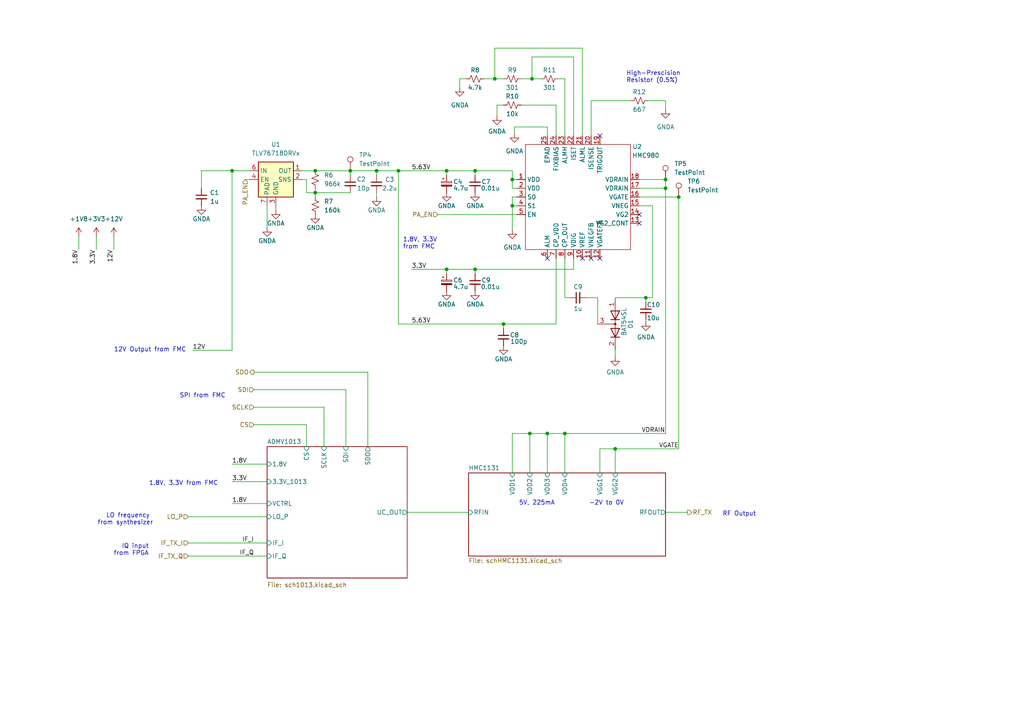
<source format=kicad_sch>
(kicad_sch (version 20211123) (generator eeschema)

  (uuid 57eb6029-9839-4cc3-84af-3dc8b054ad78)

  (paper "A4")

  (title_block
    (title "Upconverter Schematic")
    (date "2/2/2023")
    (rev "1")
    (company "S23-16")
  )

  (lib_symbols
    (symbol "Analog_Devices:HMC980" (in_bom yes) (on_board yes)
      (property "Reference" "U" (id 0) (at 16.51 -3.81 0)
        (effects (font (size 1.27 1.27)))
      )
      (property "Value" "HMC980" (id 1) (at 16.51 -1.27 0)
        (effects (font (size 1.27 1.27)))
      )
      (property "Footprint" "" (id 2) (at 0 0 0)
        (effects (font (size 1.27 1.27)) hide)
      )
      (property "Datasheet" "" (id 3) (at 0 0 0)
        (effects (font (size 1.27 1.27)) hide)
      )
      (symbol "HMC980_0_1"
        (rectangle (start 2.54 10.16) (end 33.02 -20.32)
          (stroke (width 0) (type default) (color 0 0 0 0))
          (fill (type none))
        )
      )
      (symbol "HMC980_1_1"
        (pin input line (at 0 0 0) (length 2.54)
          (name "VDD" (effects (font (size 1.27 1.27))))
          (number "1" (effects (font (size 1.27 1.27))))
        )
        (pin input line (at 19.05 -22.86 90) (length 2.54)
          (name "VREF" (effects (font (size 1.27 1.27))))
          (number "10" (effects (font (size 1.27 1.27))))
        )
        (pin input line (at 21.59 -22.86 90) (length 2.54)
          (name "VNEGFB" (effects (font (size 1.27 1.27))))
          (number "11" (effects (font (size 1.27 1.27))))
        )
        (pin input line (at 24.13 -22.86 90) (length 2.54)
          (name "VGATEFB" (effects (font (size 1.27 1.27))))
          (number "12" (effects (font (size 1.27 1.27))))
        )
        (pin input line (at 35.56 -12.7 180) (length 2.54)
          (name "VG2_CONT" (effects (font (size 1.27 1.27))))
          (number "13" (effects (font (size 1.27 1.27))))
        )
        (pin input line (at 35.56 -10.16 180) (length 2.54)
          (name "VG2" (effects (font (size 1.27 1.27))))
          (number "14" (effects (font (size 1.27 1.27))))
        )
        (pin input line (at 35.56 -7.62 180) (length 2.54)
          (name "VNEG" (effects (font (size 1.27 1.27))))
          (number "15" (effects (font (size 1.27 1.27))))
        )
        (pin input line (at 35.56 -5.08 180) (length 2.54)
          (name "VGATE" (effects (font (size 1.27 1.27))))
          (number "16" (effects (font (size 1.27 1.27))))
        )
        (pin input line (at 35.56 -2.54 180) (length 2.54)
          (name "VDRAIN" (effects (font (size 1.27 1.27))))
          (number "17" (effects (font (size 1.27 1.27))))
        )
        (pin input line (at 35.56 0 180) (length 2.54)
          (name "VDRAIN" (effects (font (size 1.27 1.27))))
          (number "18" (effects (font (size 1.27 1.27))))
        )
        (pin input line (at 24.13 12.7 270) (length 2.54)
          (name "TRIGOUT" (effects (font (size 1.27 1.27))))
          (number "19" (effects (font (size 1.27 1.27))))
        )
        (pin input line (at 0 -2.54 0) (length 2.54)
          (name "VDD" (effects (font (size 1.27 1.27))))
          (number "2" (effects (font (size 1.27 1.27))))
        )
        (pin input line (at 21.59 12.7 270) (length 2.54)
          (name "ISENSE" (effects (font (size 1.27 1.27))))
          (number "20" (effects (font (size 1.27 1.27))))
        )
        (pin input line (at 19.05 12.7 270) (length 2.54)
          (name "ALML" (effects (font (size 1.27 1.27))))
          (number "21" (effects (font (size 1.27 1.27))))
        )
        (pin input line (at 16.51 12.7 270) (length 2.54)
          (name "ISET" (effects (font (size 1.27 1.27))))
          (number "22" (effects (font (size 1.27 1.27))))
        )
        (pin input line (at 13.97 12.7 270) (length 2.54)
          (name "ALMH" (effects (font (size 1.27 1.27))))
          (number "23" (effects (font (size 1.27 1.27))))
        )
        (pin input line (at 11.43 12.7 270) (length 2.54)
          (name "FIXBIAS" (effects (font (size 1.27 1.27))))
          (number "24" (effects (font (size 1.27 1.27))))
        )
        (pin input line (at 8.89 12.7 270) (length 2.54)
          (name "EPAD" (effects (font (size 1.27 1.27))))
          (number "25" (effects (font (size 1.27 1.27))))
        )
        (pin input line (at 0 -5.08 0) (length 2.54)
          (name "S0" (effects (font (size 1.27 1.27))))
          (number "3" (effects (font (size 1.27 1.27))))
        )
        (pin input line (at 0 -7.62 0) (length 2.54)
          (name "S1" (effects (font (size 1.27 1.27))))
          (number "4" (effects (font (size 1.27 1.27))))
        )
        (pin input line (at 0 -10.16 0) (length 2.54)
          (name "EN" (effects (font (size 1.27 1.27))))
          (number "5" (effects (font (size 1.27 1.27))))
        )
        (pin input line (at 8.89 -22.86 90) (length 2.54)
          (name "ALM" (effects (font (size 1.27 1.27))))
          (number "6" (effects (font (size 1.27 1.27))))
        )
        (pin input line (at 11.43 -22.86 90) (length 2.54)
          (name "CP_VDD" (effects (font (size 1.27 1.27))))
          (number "7" (effects (font (size 1.27 1.27))))
        )
        (pin input line (at 13.97 -22.86 90) (length 2.54)
          (name "CP_OUT" (effects (font (size 1.27 1.27))))
          (number "8" (effects (font (size 1.27 1.27))))
        )
        (pin input line (at 16.51 -22.86 90) (length 2.54)
          (name "VDIG" (effects (font (size 1.27 1.27))))
          (number "9" (effects (font (size 1.27 1.27))))
        )
      )
    )
    (symbol "Connector:TestPoint" (pin_numbers hide) (pin_names (offset 0.762) hide) (in_bom yes) (on_board yes)
      (property "Reference" "TP" (id 0) (at 0 6.858 0)
        (effects (font (size 1.27 1.27)))
      )
      (property "Value" "TestPoint" (id 1) (at 0 5.08 0)
        (effects (font (size 1.27 1.27)))
      )
      (property "Footprint" "" (id 2) (at 5.08 0 0)
        (effects (font (size 1.27 1.27)) hide)
      )
      (property "Datasheet" "~" (id 3) (at 5.08 0 0)
        (effects (font (size 1.27 1.27)) hide)
      )
      (property "ki_keywords" "test point tp" (id 4) (at 0 0 0)
        (effects (font (size 1.27 1.27)) hide)
      )
      (property "ki_description" "test point" (id 5) (at 0 0 0)
        (effects (font (size 1.27 1.27)) hide)
      )
      (property "ki_fp_filters" "Pin* Test*" (id 6) (at 0 0 0)
        (effects (font (size 1.27 1.27)) hide)
      )
      (symbol "TestPoint_0_1"
        (circle (center 0 3.302) (radius 0.762)
          (stroke (width 0) (type default) (color 0 0 0 0))
          (fill (type none))
        )
      )
      (symbol "TestPoint_1_1"
        (pin passive line (at 0 0 90) (length 2.54)
          (name "1" (effects (font (size 1.27 1.27))))
          (number "1" (effects (font (size 1.27 1.27))))
        )
      )
    )
    (symbol "Device:C_Polarized_Small" (pin_numbers hide) (pin_names (offset 0.254) hide) (in_bom yes) (on_board yes)
      (property "Reference" "C" (id 0) (at 0.254 1.778 0)
        (effects (font (size 1.27 1.27)) (justify left))
      )
      (property "Value" "C_Polarized_Small" (id 1) (at 0.254 -2.032 0)
        (effects (font (size 1.27 1.27)) (justify left))
      )
      (property "Footprint" "" (id 2) (at 0 0 0)
        (effects (font (size 1.27 1.27)) hide)
      )
      (property "Datasheet" "~" (id 3) (at 0 0 0)
        (effects (font (size 1.27 1.27)) hide)
      )
      (property "ki_keywords" "cap capacitor" (id 4) (at 0 0 0)
        (effects (font (size 1.27 1.27)) hide)
      )
      (property "ki_description" "Polarized capacitor, small symbol" (id 5) (at 0 0 0)
        (effects (font (size 1.27 1.27)) hide)
      )
      (property "ki_fp_filters" "CP_*" (id 6) (at 0 0 0)
        (effects (font (size 1.27 1.27)) hide)
      )
      (symbol "C_Polarized_Small_0_1"
        (rectangle (start -1.524 -0.3048) (end 1.524 -0.6858)
          (stroke (width 0) (type default) (color 0 0 0 0))
          (fill (type outline))
        )
        (rectangle (start -1.524 0.6858) (end 1.524 0.3048)
          (stroke (width 0) (type default) (color 0 0 0 0))
          (fill (type none))
        )
        (polyline
          (pts
            (xy -1.27 1.524)
            (xy -0.762 1.524)
          )
          (stroke (width 0) (type default) (color 0 0 0 0))
          (fill (type none))
        )
        (polyline
          (pts
            (xy -1.016 1.27)
            (xy -1.016 1.778)
          )
          (stroke (width 0) (type default) (color 0 0 0 0))
          (fill (type none))
        )
      )
      (symbol "C_Polarized_Small_1_1"
        (pin passive line (at 0 2.54 270) (length 1.8542)
          (name "~" (effects (font (size 1.27 1.27))))
          (number "1" (effects (font (size 1.27 1.27))))
        )
        (pin passive line (at 0 -2.54 90) (length 1.8542)
          (name "~" (effects (font (size 1.27 1.27))))
          (number "2" (effects (font (size 1.27 1.27))))
        )
      )
    )
    (symbol "Device:C_Small" (pin_numbers hide) (pin_names (offset 0.254) hide) (in_bom yes) (on_board yes)
      (property "Reference" "C" (id 0) (at 0.254 1.778 0)
        (effects (font (size 1.27 1.27)) (justify left))
      )
      (property "Value" "C_Small" (id 1) (at 0.254 -2.032 0)
        (effects (font (size 1.27 1.27)) (justify left))
      )
      (property "Footprint" "" (id 2) (at 0 0 0)
        (effects (font (size 1.27 1.27)) hide)
      )
      (property "Datasheet" "~" (id 3) (at 0 0 0)
        (effects (font (size 1.27 1.27)) hide)
      )
      (property "ki_keywords" "capacitor cap" (id 4) (at 0 0 0)
        (effects (font (size 1.27 1.27)) hide)
      )
      (property "ki_description" "Unpolarized capacitor, small symbol" (id 5) (at 0 0 0)
        (effects (font (size 1.27 1.27)) hide)
      )
      (property "ki_fp_filters" "C_*" (id 6) (at 0 0 0)
        (effects (font (size 1.27 1.27)) hide)
      )
      (symbol "C_Small_0_1"
        (polyline
          (pts
            (xy -1.524 -0.508)
            (xy 1.524 -0.508)
          )
          (stroke (width 0.3302) (type default) (color 0 0 0 0))
          (fill (type none))
        )
        (polyline
          (pts
            (xy -1.524 0.508)
            (xy 1.524 0.508)
          )
          (stroke (width 0.3048) (type default) (color 0 0 0 0))
          (fill (type none))
        )
      )
      (symbol "C_Small_1_1"
        (pin passive line (at 0 2.54 270) (length 2.032)
          (name "~" (effects (font (size 1.27 1.27))))
          (number "1" (effects (font (size 1.27 1.27))))
        )
        (pin passive line (at 0 -2.54 90) (length 2.032)
          (name "~" (effects (font (size 1.27 1.27))))
          (number "2" (effects (font (size 1.27 1.27))))
        )
      )
    )
    (symbol "Device:D_Dual_Series_AKC" (pin_names (offset 0.762) hide) (in_bom yes) (on_board yes)
      (property "Reference" "D" (id 0) (at 1.27 -2.54 0)
        (effects (font (size 1.27 1.27)))
      )
      (property "Value" "D_Dual_Series_AKC" (id 1) (at 0 2.54 0)
        (effects (font (size 1.27 1.27)))
      )
      (property "Footprint" "" (id 2) (at 0 0 0)
        (effects (font (size 1.27 1.27)) hide)
      )
      (property "Datasheet" "~" (id 3) (at 0 0 0)
        (effects (font (size 1.27 1.27)) hide)
      )
      (property "ki_keywords" "diode" (id 4) (at 0 0 0)
        (effects (font (size 1.27 1.27)) hide)
      )
      (property "ki_description" "Dual diode, anode/cathode/center" (id 5) (at 0 0 0)
        (effects (font (size 1.27 1.27)) hide)
      )
      (symbol "D_Dual_Series_AKC_0_1"
        (polyline
          (pts
            (xy -3.81 0)
            (xy 3.81 0)
          )
          (stroke (width 0) (type default) (color 0 0 0 0))
          (fill (type none))
        )
        (polyline
          (pts
            (xy 0 0)
            (xy 0 -2.54)
          )
          (stroke (width 0) (type default) (color 0 0 0 0))
          (fill (type none))
        )
        (polyline
          (pts
            (xy 6.35 0)
            (xy 7.62 0)
          )
          (stroke (width 0) (type default) (color 0 0 0 0))
          (fill (type none))
        )
        (polyline
          (pts
            (xy -1.27 -1.27)
            (xy -1.27 1.27)
            (xy -1.27 1.27)
          )
          (stroke (width 0.254) (type default) (color 0 0 0 0))
          (fill (type none))
        )
        (polyline
          (pts
            (xy 3.81 1.27)
            (xy 3.81 -1.27)
            (xy 3.81 -1.27)
          )
          (stroke (width 0.254) (type default) (color 0 0 0 0))
          (fill (type none))
        )
        (polyline
          (pts
            (xy -3.81 1.27)
            (xy -1.27 0)
            (xy -3.81 -1.27)
            (xy -3.81 1.27)
            (xy -3.81 1.27)
            (xy -3.81 1.27)
          )
          (stroke (width 0.254) (type default) (color 0 0 0 0))
          (fill (type none))
        )
        (polyline
          (pts
            (xy 1.27 1.27)
            (xy 3.81 0)
            (xy 1.27 -1.27)
            (xy 1.27 1.27)
            (xy 1.27 1.27)
            (xy 1.27 1.27)
          )
          (stroke (width 0.254) (type default) (color 0 0 0 0))
          (fill (type none))
        )
        (circle (center 0 0) (radius 0.254)
          (stroke (width 0) (type default) (color 0 0 0 0))
          (fill (type outline))
        )
        (pin passive line (at -7.62 0 0) (length 3.81)
          (name "A" (effects (font (size 1.27 1.27))))
          (number "1" (effects (font (size 1.27 1.27))))
        )
        (pin passive line (at 7.62 0 180) (length 3.81)
          (name "K" (effects (font (size 1.27 1.27))))
          (number "2" (effects (font (size 1.27 1.27))))
        )
        (pin passive line (at 0 -5.08 90) (length 2.54)
          (name "common" (effects (font (size 1.27 1.27))))
          (number "3" (effects (font (size 1.27 1.27))))
        )
      )
    )
    (symbol "Device:R_Small_US" (pin_numbers hide) (pin_names (offset 0.254) hide) (in_bom yes) (on_board yes)
      (property "Reference" "R" (id 0) (at 0.762 0.508 0)
        (effects (font (size 1.27 1.27)) (justify left))
      )
      (property "Value" "R_Small_US" (id 1) (at 0.762 -1.016 0)
        (effects (font (size 1.27 1.27)) (justify left))
      )
      (property "Footprint" "" (id 2) (at 0 0 0)
        (effects (font (size 1.27 1.27)) hide)
      )
      (property "Datasheet" "~" (id 3) (at 0 0 0)
        (effects (font (size 1.27 1.27)) hide)
      )
      (property "ki_keywords" "r resistor" (id 4) (at 0 0 0)
        (effects (font (size 1.27 1.27)) hide)
      )
      (property "ki_description" "Resistor, small US symbol" (id 5) (at 0 0 0)
        (effects (font (size 1.27 1.27)) hide)
      )
      (property "ki_fp_filters" "R_*" (id 6) (at 0 0 0)
        (effects (font (size 1.27 1.27)) hide)
      )
      (symbol "R_Small_US_1_1"
        (polyline
          (pts
            (xy 0 0)
            (xy 1.016 -0.381)
            (xy 0 -0.762)
            (xy -1.016 -1.143)
            (xy 0 -1.524)
          )
          (stroke (width 0) (type default) (color 0 0 0 0))
          (fill (type none))
        )
        (polyline
          (pts
            (xy 0 1.524)
            (xy 1.016 1.143)
            (xy 0 0.762)
            (xy -1.016 0.381)
            (xy 0 0)
          )
          (stroke (width 0) (type default) (color 0 0 0 0))
          (fill (type none))
        )
        (pin passive line (at 0 2.54 270) (length 1.016)
          (name "~" (effects (font (size 1.27 1.27))))
          (number "1" (effects (font (size 1.27 1.27))))
        )
        (pin passive line (at 0 -2.54 90) (length 1.016)
          (name "~" (effects (font (size 1.27 1.27))))
          (number "2" (effects (font (size 1.27 1.27))))
        )
      )
    )
    (symbol "Regulator_Linear:TLV76718DRVx" (in_bom yes) (on_board yes)
      (property "Reference" "U" (id 0) (at 0 8.89 0)
        (effects (font (size 1.27 1.27)))
      )
      (property "Value" "TLV76718DRVx" (id 1) (at 0 6.35 0)
        (effects (font (size 1.27 1.27)))
      )
      (property "Footprint" "Package_SON:WSON-6-1EP_2x2mm_P0.65mm_EP1x1.6mm_ThermalVias" (id 2) (at 0 11.43 0)
        (effects (font (size 1.27 1.27)) hide)
      )
      (property "Datasheet" "www.ti.com/lit/gpn/TLV767" (id 3) (at -1.27 0 0)
        (effects (font (size 1.27 1.27)) hide)
      )
      (property "ki_keywords" "1A Precision Linear Voltage Regulator" (id 4) (at 0 0 0)
        (effects (font (size 1.27 1.27)) hide)
      )
      (property "ki_description" "1A Precision Linear Voltage Regulator, with enable pin, Fixed Output 1.8V, WSON6" (id 5) (at 0 0 0)
        (effects (font (size 1.27 1.27)) hide)
      )
      (property "ki_fp_filters" "WSON*1EP*2x2mm*P0.65*" (id 6) (at 0 0 0)
        (effects (font (size 1.27 1.27)) hide)
      )
      (symbol "TLV76718DRVx_0_1"
        (rectangle (start -5.08 -5.08) (end 5.08 5.08)
          (stroke (width 0.254) (type default) (color 0 0 0 0))
          (fill (type background))
        )
      )
      (symbol "TLV76718DRVx_1_1"
        (pin power_out line (at 7.62 2.54 180) (length 2.54)
          (name "OUT" (effects (font (size 1.27 1.27))))
          (number "1" (effects (font (size 1.27 1.27))))
        )
        (pin input line (at 7.62 0 180) (length 2.54)
          (name "SNS" (effects (font (size 1.27 1.27))))
          (number "2" (effects (font (size 1.27 1.27))))
        )
        (pin power_in line (at 0 -7.62 90) (length 2.54)
          (name "GND" (effects (font (size 1.27 1.27))))
          (number "3" (effects (font (size 1.27 1.27))))
        )
        (pin input line (at -7.62 0 0) (length 2.54)
          (name "EN" (effects (font (size 1.27 1.27))))
          (number "4" (effects (font (size 1.27 1.27))))
        )
        (pin passive line (at 0 -7.62 90) (length 2.54) hide
          (name "GND" (effects (font (size 1.27 1.27))))
          (number "5" (effects (font (size 1.27 1.27))))
        )
        (pin power_in line (at -7.62 2.54 0) (length 2.54)
          (name "IN" (effects (font (size 1.27 1.27))))
          (number "6" (effects (font (size 1.27 1.27))))
        )
        (pin passive line (at -2.54 -7.62 90) (length 2.54)
          (name "PAD" (effects (font (size 1.27 1.27))))
          (number "7" (effects (font (size 1.27 1.27))))
        )
      )
    )
    (symbol "power:+12V" (power) (pin_names (offset 0)) (in_bom yes) (on_board yes)
      (property "Reference" "#PWR" (id 0) (at 0 -3.81 0)
        (effects (font (size 1.27 1.27)) hide)
      )
      (property "Value" "+12V" (id 1) (at 0 3.556 0)
        (effects (font (size 1.27 1.27)))
      )
      (property "Footprint" "" (id 2) (at 0 0 0)
        (effects (font (size 1.27 1.27)) hide)
      )
      (property "Datasheet" "" (id 3) (at 0 0 0)
        (effects (font (size 1.27 1.27)) hide)
      )
      (property "ki_keywords" "power-flag" (id 4) (at 0 0 0)
        (effects (font (size 1.27 1.27)) hide)
      )
      (property "ki_description" "Power symbol creates a global label with name \"+12V\"" (id 5) (at 0 0 0)
        (effects (font (size 1.27 1.27)) hide)
      )
      (symbol "+12V_0_1"
        (polyline
          (pts
            (xy -0.762 1.27)
            (xy 0 2.54)
          )
          (stroke (width 0) (type default) (color 0 0 0 0))
          (fill (type none))
        )
        (polyline
          (pts
            (xy 0 0)
            (xy 0 2.54)
          )
          (stroke (width 0) (type default) (color 0 0 0 0))
          (fill (type none))
        )
        (polyline
          (pts
            (xy 0 2.54)
            (xy 0.762 1.27)
          )
          (stroke (width 0) (type default) (color 0 0 0 0))
          (fill (type none))
        )
      )
      (symbol "+12V_1_1"
        (pin power_in line (at 0 0 90) (length 0) hide
          (name "+12V" (effects (font (size 1.27 1.27))))
          (number "1" (effects (font (size 1.27 1.27))))
        )
      )
    )
    (symbol "power:+1V8" (power) (pin_names (offset 0)) (in_bom yes) (on_board yes)
      (property "Reference" "#PWR" (id 0) (at 0 -3.81 0)
        (effects (font (size 1.27 1.27)) hide)
      )
      (property "Value" "+1V8" (id 1) (at 0 3.556 0)
        (effects (font (size 1.27 1.27)))
      )
      (property "Footprint" "" (id 2) (at 0 0 0)
        (effects (font (size 1.27 1.27)) hide)
      )
      (property "Datasheet" "" (id 3) (at 0 0 0)
        (effects (font (size 1.27 1.27)) hide)
      )
      (property "ki_keywords" "power-flag" (id 4) (at 0 0 0)
        (effects (font (size 1.27 1.27)) hide)
      )
      (property "ki_description" "Power symbol creates a global label with name \"+1V8\"" (id 5) (at 0 0 0)
        (effects (font (size 1.27 1.27)) hide)
      )
      (symbol "+1V8_0_1"
        (polyline
          (pts
            (xy -0.762 1.27)
            (xy 0 2.54)
          )
          (stroke (width 0) (type default) (color 0 0 0 0))
          (fill (type none))
        )
        (polyline
          (pts
            (xy 0 0)
            (xy 0 2.54)
          )
          (stroke (width 0) (type default) (color 0 0 0 0))
          (fill (type none))
        )
        (polyline
          (pts
            (xy 0 2.54)
            (xy 0.762 1.27)
          )
          (stroke (width 0) (type default) (color 0 0 0 0))
          (fill (type none))
        )
      )
      (symbol "+1V8_1_1"
        (pin power_in line (at 0 0 90) (length 0) hide
          (name "+1V8" (effects (font (size 1.27 1.27))))
          (number "1" (effects (font (size 1.27 1.27))))
        )
      )
    )
    (symbol "power:+3V3" (power) (pin_names (offset 0)) (in_bom yes) (on_board yes)
      (property "Reference" "#PWR" (id 0) (at 0 -3.81 0)
        (effects (font (size 1.27 1.27)) hide)
      )
      (property "Value" "+3V3" (id 1) (at 0 3.556 0)
        (effects (font (size 1.27 1.27)))
      )
      (property "Footprint" "" (id 2) (at 0 0 0)
        (effects (font (size 1.27 1.27)) hide)
      )
      (property "Datasheet" "" (id 3) (at 0 0 0)
        (effects (font (size 1.27 1.27)) hide)
      )
      (property "ki_keywords" "power-flag" (id 4) (at 0 0 0)
        (effects (font (size 1.27 1.27)) hide)
      )
      (property "ki_description" "Power symbol creates a global label with name \"+3V3\"" (id 5) (at 0 0 0)
        (effects (font (size 1.27 1.27)) hide)
      )
      (symbol "+3V3_0_1"
        (polyline
          (pts
            (xy -0.762 1.27)
            (xy 0 2.54)
          )
          (stroke (width 0) (type default) (color 0 0 0 0))
          (fill (type none))
        )
        (polyline
          (pts
            (xy 0 0)
            (xy 0 2.54)
          )
          (stroke (width 0) (type default) (color 0 0 0 0))
          (fill (type none))
        )
        (polyline
          (pts
            (xy 0 2.54)
            (xy 0.762 1.27)
          )
          (stroke (width 0) (type default) (color 0 0 0 0))
          (fill (type none))
        )
      )
      (symbol "+3V3_1_1"
        (pin power_in line (at 0 0 90) (length 0) hide
          (name "+3V3" (effects (font (size 1.27 1.27))))
          (number "1" (effects (font (size 1.27 1.27))))
        )
      )
    )
    (symbol "power:GNDA" (power) (pin_names (offset 0)) (in_bom yes) (on_board yes)
      (property "Reference" "#PWR" (id 0) (at 0 -6.35 0)
        (effects (font (size 1.27 1.27)) hide)
      )
      (property "Value" "GNDA" (id 1) (at 0 -3.81 0)
        (effects (font (size 1.27 1.27)))
      )
      (property "Footprint" "" (id 2) (at 0 0 0)
        (effects (font (size 1.27 1.27)) hide)
      )
      (property "Datasheet" "" (id 3) (at 0 0 0)
        (effects (font (size 1.27 1.27)) hide)
      )
      (property "ki_keywords" "power-flag" (id 4) (at 0 0 0)
        (effects (font (size 1.27 1.27)) hide)
      )
      (property "ki_description" "Power symbol creates a global label with name \"GNDA\" , analog ground" (id 5) (at 0 0 0)
        (effects (font (size 1.27 1.27)) hide)
      )
      (symbol "GNDA_0_1"
        (polyline
          (pts
            (xy 0 0)
            (xy 0 -1.27)
            (xy 1.27 -1.27)
            (xy 0 -2.54)
            (xy -1.27 -1.27)
            (xy 0 -1.27)
          )
          (stroke (width 0) (type default) (color 0 0 0 0))
          (fill (type none))
        )
      )
      (symbol "GNDA_1_1"
        (pin power_in line (at 0 0 270) (length 0) hide
          (name "GNDA" (effects (font (size 1.27 1.27))))
          (number "1" (effects (font (size 1.27 1.27))))
        )
      )
    )
  )

  (junction (at 143.51 22.86) (diameter 0) (color 0 0 0 0)
    (uuid 07ee1357-0c21-44b1-8126-4e0c89ade27a)
  )
  (junction (at 153.67 125.73) (diameter 0) (color 0 0 0 0)
    (uuid 093badbf-8965-4322-839f-ff3fdb644c4e)
  )
  (junction (at 137.795 49.53) (diameter 0) (color 0 0 0 0)
    (uuid 0aaca05e-6437-49a4-bc85-67b9eacb7447)
  )
  (junction (at 146.05 93.98) (diameter 0) (color 0 0 0 0)
    (uuid 0b5f144d-e3ff-4a1f-88d4-5d692ee8cd67)
  )
  (junction (at 196.85 57.15) (diameter 0) (color 0 0 0 0)
    (uuid 1a4351d2-b945-4aa4-b618-f7f5b24a3bda)
  )
  (junction (at 154.305 22.86) (diameter 0) (color 0 0 0 0)
    (uuid 2556c2b5-241f-419a-882a-d900cb5cc5d9)
  )
  (junction (at 101.6 49.53) (diameter 0) (color 0 0 0 0)
    (uuid 2769ec3f-a769-4a5d-9cd0-a3e1d4c05d9a)
  )
  (junction (at 137.795 78.105) (diameter 0) (color 0 0 0 0)
    (uuid 37354631-0dad-47ef-bb04-f9785d6ff91f)
  )
  (junction (at 67.31 49.53) (diameter 0) (color 0 0 0 0)
    (uuid 57f1a775-8118-4309-997d-2be68cc292ef)
  )
  (junction (at 91.44 49.53) (diameter 0) (color 0 0 0 0)
    (uuid 5ded8de0-53f8-468a-8d47-7b7e2548e243)
  )
  (junction (at 148.59 59.69) (diameter 0) (color 0 0 0 0)
    (uuid 6536c119-212a-47e2-94f2-fe181791c8df)
  )
  (junction (at 148.59 52.07) (diameter 0) (color 0 0 0 0)
    (uuid 65babc05-73c1-4c42-9a6a-9d66e0a48187)
  )
  (junction (at 163.83 125.73) (diameter 0) (color 0 0 0 0)
    (uuid 93f006c8-b2fd-4278-8cab-cd601e02f3ae)
  )
  (junction (at 129.54 78.105) (diameter 0) (color 0 0 0 0)
    (uuid abb13ee9-cf2b-4fe6-b1a2-09afc5c312d2)
  )
  (junction (at 158.75 125.73) (diameter 0) (color 0 0 0 0)
    (uuid acda0bbb-20bf-4c2c-876b-f04b1791f87b)
  )
  (junction (at 109.22 49.53) (diameter 0) (color 0 0 0 0)
    (uuid acf262eb-ed2a-4c7b-942d-bd947f8f58d2)
  )
  (junction (at 178.435 130.175) (diameter 0) (color 0 0 0 0)
    (uuid b4baf29a-98a1-4bc3-86c5-c9efd333cba3)
  )
  (junction (at 91.44 55.88) (diameter 0) (color 0 0 0 0)
    (uuid c6a61d16-a72e-44ce-9d70-aff04648a6f8)
  )
  (junction (at 187.325 86.36) (diameter 0) (color 0 0 0 0)
    (uuid c6d1fc56-d170-4c80-aa50-7ce8a6ade3e1)
  )
  (junction (at 129.54 49.53) (diameter 0) (color 0 0 0 0)
    (uuid d49bda04-0466-4ce9-8b84-d34d95346818)
  )
  (junction (at 193.04 52.07) (diameter 0) (color 0 0 0 0)
    (uuid e8f970db-07bd-4f91-b395-60409bee932c)
  )
  (junction (at 115.57 49.53) (diameter 0) (color 0 0 0 0)
    (uuid ed98c90a-04f3-46ff-9017-738a4fceab5a)
  )
  (junction (at 193.04 54.61) (diameter 0) (color 0 0 0 0)
    (uuid fef41456-388b-4344-b936-39e6e3fcacd3)
  )

  (no_connect (at 158.75 74.93) (uuid 02b0533d-7a60-43ce-a4ae-25ff8753d764))
  (no_connect (at 171.45 74.93) (uuid 15158a5c-ceef-4f55-b01f-138dacbb1f33))
  (no_connect (at 173.99 74.93) (uuid 64b93863-a133-436c-93d4-81ea68b69321))
  (no_connect (at 185.42 64.77) (uuid 7585e366-4134-4e0b-80bf-96dfb48d019f))
  (no_connect (at 168.91 74.93) (uuid 7bd9692e-60b8-4a0c-8988-e2c50c32d989))
  (no_connect (at 185.42 62.23) (uuid c294e0be-aac5-4708-90ca-7acda1a02525))
  (no_connect (at 173.99 39.37) (uuid e49b0861-2610-46b8-8ca1-7d686bbf14d2))

  (wire (pts (xy 77.47 59.69) (xy 77.47 66.04))
    (stroke (width 0) (type default) (color 0 0 0 0))
    (uuid 01f9e156-5bf5-4a11-b380-3093e7ee7667)
  )
  (wire (pts (xy 161.925 22.86) (xy 163.83 22.86))
    (stroke (width 0) (type default) (color 0 0 0 0))
    (uuid 070b71b3-bb4c-4229-83eb-1747587fb173)
  )
  (wire (pts (xy 151.13 22.86) (xy 154.305 22.86))
    (stroke (width 0) (type default) (color 0 0 0 0))
    (uuid 07765d4a-1bf0-4f16-a5c0-8c313b0d13b2)
  )
  (wire (pts (xy 58.42 49.53) (xy 67.31 49.53))
    (stroke (width 0) (type default) (color 0 0 0 0))
    (uuid 07cb969a-e6e7-45e7-9d12-e3ca34b201c7)
  )
  (wire (pts (xy 22.86 68.58) (xy 22.86 72.39))
    (stroke (width 0) (type default) (color 0 0 0 0))
    (uuid 092d6ed0-8097-4adc-adf3-d4b88f612f2a)
  )
  (wire (pts (xy 178.435 103.505) (xy 178.435 101.6))
    (stroke (width 0) (type default) (color 0 0 0 0))
    (uuid 0e115eba-ac99-4e9f-b338-bbec85ceaec0)
  )
  (wire (pts (xy 101.6 49.53) (xy 109.22 49.53))
    (stroke (width 0) (type default) (color 0 0 0 0))
    (uuid 0e9dd575-578a-420d-aa05-2b45a8248cba)
  )
  (wire (pts (xy 106.68 107.95) (xy 106.68 129.54))
    (stroke (width 0) (type default) (color 0 0 0 0))
    (uuid 0f170547-c84f-438f-b362-ee9f5b586290)
  )
  (wire (pts (xy 137.795 78.105) (xy 137.795 79.375))
    (stroke (width 0) (type default) (color 0 0 0 0))
    (uuid 0fd1a474-6763-4638-aae7-fea989cf1a00)
  )
  (wire (pts (xy 129.54 49.53) (xy 137.795 49.53))
    (stroke (width 0) (type default) (color 0 0 0 0))
    (uuid 10c2be52-8207-4ad8-824c-82a86cd75e6e)
  )
  (wire (pts (xy 115.57 93.98) (xy 146.05 93.98))
    (stroke (width 0) (type default) (color 0 0 0 0))
    (uuid 10ecff2f-5390-4f9f-8e92-981cbe1d094f)
  )
  (wire (pts (xy 148.59 59.69) (xy 149.86 59.69))
    (stroke (width 0) (type default) (color 0 0 0 0))
    (uuid 136a90ed-908c-41a5-83de-0e3cf69bbb30)
  )
  (wire (pts (xy 173.99 130.175) (xy 173.99 137.16))
    (stroke (width 0) (type default) (color 0 0 0 0))
    (uuid 17c51947-51a0-425f-accc-d8154524c02d)
  )
  (wire (pts (xy 109.22 55.88) (xy 109.22 57.15))
    (stroke (width 0) (type default) (color 0 0 0 0))
    (uuid 1e1b4ff2-416a-4100-93ce-26aaaff514bf)
  )
  (wire (pts (xy 88.9 55.88) (xy 91.44 55.88))
    (stroke (width 0) (type default) (color 0 0 0 0))
    (uuid 1efa3dec-8055-4b2a-a4d3-5234c81541ea)
  )
  (wire (pts (xy 67.31 134.62) (xy 77.47 134.62))
    (stroke (width 0) (type default) (color 0 0 0 0))
    (uuid 20f4e7b9-76f5-4708-a570-da9ec36d28d2)
  )
  (wire (pts (xy 137.795 49.53) (xy 137.795 50.8))
    (stroke (width 0) (type default) (color 0 0 0 0))
    (uuid 224486e6-7578-48b9-b1bc-4b05203ab847)
  )
  (wire (pts (xy 33.02 68.58) (xy 33.02 72.39))
    (stroke (width 0) (type default) (color 0 0 0 0))
    (uuid 26d7d9ad-52ab-4d4b-a686-451585806add)
  )
  (wire (pts (xy 144.145 30.48) (xy 144.145 33.655))
    (stroke (width 0) (type default) (color 0 0 0 0))
    (uuid 27df6eca-8923-4c4c-898f-8d7009b5d0cb)
  )
  (wire (pts (xy 185.42 57.15) (xy 196.85 57.15))
    (stroke (width 0) (type default) (color 0 0 0 0))
    (uuid 2851c43e-1d46-4269-942a-9b737acef304)
  )
  (wire (pts (xy 148.59 125.73) (xy 153.67 125.73))
    (stroke (width 0) (type default) (color 0 0 0 0))
    (uuid 2971d42d-21de-4357-bdc8-fffb6802c031)
  )
  (wire (pts (xy 163.83 22.86) (xy 163.83 39.37))
    (stroke (width 0) (type default) (color 0 0 0 0))
    (uuid 29964e1d-05bc-4e09-818e-6c94073381ff)
  )
  (wire (pts (xy 154.305 16.51) (xy 154.305 22.86))
    (stroke (width 0) (type default) (color 0 0 0 0))
    (uuid 2d015510-2ba7-46c4-81a8-ac6fbbbba0f2)
  )
  (wire (pts (xy 158.75 39.37) (xy 158.75 36.83))
    (stroke (width 0) (type default) (color 0 0 0 0))
    (uuid 34cb6ca0-ef85-447e-903f-3c2229f88817)
  )
  (wire (pts (xy 88.9 52.07) (xy 88.9 55.88))
    (stroke (width 0) (type default) (color 0 0 0 0))
    (uuid 3cd581c3-36ed-454b-a2e8-1cf5fdd27fa5)
  )
  (wire (pts (xy 163.83 86.36) (xy 165.1 86.36))
    (stroke (width 0) (type default) (color 0 0 0 0))
    (uuid 3ce36910-c332-48dc-b097-018dd633581e)
  )
  (wire (pts (xy 149.86 54.61) (xy 148.59 54.61))
    (stroke (width 0) (type default) (color 0 0 0 0))
    (uuid 3ea3d161-5634-4c7e-a9b8-555a967c1ce2)
  )
  (wire (pts (xy 193.04 148.59) (xy 199.39 148.59))
    (stroke (width 0) (type default) (color 0 0 0 0))
    (uuid 4554b96d-a998-4fea-a676-9a52b2f58478)
  )
  (wire (pts (xy 91.44 55.88) (xy 101.6 55.88))
    (stroke (width 0) (type default) (color 0 0 0 0))
    (uuid 4563a828-a708-46e5-979c-0a331f60e542)
  )
  (wire (pts (xy 118.11 148.59) (xy 135.89 148.59))
    (stroke (width 0) (type default) (color 0 0 0 0))
    (uuid 476c4f2c-1b9b-4c81-96ae-7b6ece34618e)
  )
  (wire (pts (xy 129.54 78.105) (xy 137.795 78.105))
    (stroke (width 0) (type default) (color 0 0 0 0))
    (uuid 4a81203c-0f38-453c-85ad-862308f69114)
  )
  (wire (pts (xy 196.85 57.15) (xy 196.85 130.175))
    (stroke (width 0) (type default) (color 0 0 0 0))
    (uuid 4c51872d-d585-42bb-991b-54a27b3f5968)
  )
  (wire (pts (xy 161.29 30.48) (xy 161.29 39.37))
    (stroke (width 0) (type default) (color 0 0 0 0))
    (uuid 4d275ec7-fa1f-4160-8457-5ad0b41a992d)
  )
  (wire (pts (xy 58.42 54.61) (xy 58.42 49.53))
    (stroke (width 0) (type default) (color 0 0 0 0))
    (uuid 4f420666-0406-41a9-a0f0-b4034ba786b5)
  )
  (wire (pts (xy 168.91 13.97) (xy 168.91 39.37))
    (stroke (width 0) (type default) (color 0 0 0 0))
    (uuid 4f62182e-8d4a-4eea-b78a-7f1131d86f9d)
  )
  (wire (pts (xy 185.42 54.61) (xy 193.04 54.61))
    (stroke (width 0) (type default) (color 0 0 0 0))
    (uuid 51093a57-ef4e-4cfa-980c-229f06e05e09)
  )
  (wire (pts (xy 137.795 49.53) (xy 148.59 49.53))
    (stroke (width 0) (type default) (color 0 0 0 0))
    (uuid 535be11c-8b96-4067-ab31-41f1a3d1223c)
  )
  (wire (pts (xy 193.04 54.61) (xy 193.04 125.73))
    (stroke (width 0) (type default) (color 0 0 0 0))
    (uuid 549cf489-0547-45e6-9073-7d23b43b406e)
  )
  (wire (pts (xy 72.39 52.07) (xy 71.12 52.07))
    (stroke (width 0) (type default) (color 0 0 0 0))
    (uuid 561105c0-e3df-4b9a-b9e7-5f00e10ab031)
  )
  (wire (pts (xy 119.38 78.105) (xy 129.54 78.105))
    (stroke (width 0) (type default) (color 0 0 0 0))
    (uuid 5651bd16-ce08-43db-b722-1c8e1e13072e)
  )
  (wire (pts (xy 73.66 113.03) (xy 100.33 113.03))
    (stroke (width 0) (type default) (color 0 0 0 0))
    (uuid 5c090f37-608e-4601-a158-2e2ec062b2e6)
  )
  (wire (pts (xy 178.435 86.36) (xy 187.325 86.36))
    (stroke (width 0) (type default) (color 0 0 0 0))
    (uuid 5e208705-76a6-44d9-9712-42dbae4ef2c3)
  )
  (wire (pts (xy 166.37 74.93) (xy 166.37 78.105))
    (stroke (width 0) (type default) (color 0 0 0 0))
    (uuid 5e86cc92-a0be-4a2c-b2a4-b48dc07644ba)
  )
  (wire (pts (xy 148.59 54.61) (xy 148.59 52.07))
    (stroke (width 0) (type default) (color 0 0 0 0))
    (uuid 5f0a1012-f9ec-484a-8069-84c53b4968c4)
  )
  (wire (pts (xy 67.31 146.05) (xy 77.47 146.05))
    (stroke (width 0) (type default) (color 0 0 0 0))
    (uuid 6242331c-6cd1-45d9-8e3a-2c775d0e3d92)
  )
  (wire (pts (xy 173.355 93.98) (xy 173.355 86.36))
    (stroke (width 0) (type default) (color 0 0 0 0))
    (uuid 68b73281-de37-4b1b-9554-605efa424a56)
  )
  (wire (pts (xy 73.66 123.19) (xy 88.9 123.19))
    (stroke (width 0) (type default) (color 0 0 0 0))
    (uuid 68e2b0ae-6495-47cb-9989-513a394850d9)
  )
  (wire (pts (xy 149.86 57.15) (xy 148.59 57.15))
    (stroke (width 0) (type default) (color 0 0 0 0))
    (uuid 68e465d2-47a4-482b-98ca-4e22111402a8)
  )
  (wire (pts (xy 91.44 55.88) (xy 91.44 54.61))
    (stroke (width 0) (type default) (color 0 0 0 0))
    (uuid 69e28443-703b-4e08-9895-70c5a5bed3ab)
  )
  (wire (pts (xy 146.05 93.98) (xy 146.05 95.25))
    (stroke (width 0) (type default) (color 0 0 0 0))
    (uuid 6f52ac22-ebcb-4385-a8ba-06ddbe89a7bb)
  )
  (wire (pts (xy 149.225 36.83) (xy 149.225 38.735))
    (stroke (width 0) (type default) (color 0 0 0 0))
    (uuid 6f532666-cee9-4bae-b892-46c8ec2931b2)
  )
  (wire (pts (xy 171.45 29.21) (xy 182.88 29.21))
    (stroke (width 0) (type default) (color 0 0 0 0))
    (uuid 743f4c56-f81e-4865-b2bf-cdbb0af38598)
  )
  (wire (pts (xy 73.66 118.11) (xy 93.98 118.11))
    (stroke (width 0) (type default) (color 0 0 0 0))
    (uuid 75341756-8623-41c1-abc6-7072b3d0ab5a)
  )
  (wire (pts (xy 115.57 93.98) (xy 115.57 49.53))
    (stroke (width 0) (type default) (color 0 0 0 0))
    (uuid 757174bd-622f-4ad3-acbf-74add35ed637)
  )
  (wire (pts (xy 193.04 29.21) (xy 193.04 31.75))
    (stroke (width 0) (type default) (color 0 0 0 0))
    (uuid 75832a40-1aae-4048-9809-d9b8e86831dc)
  )
  (wire (pts (xy 168.91 13.97) (xy 143.51 13.97))
    (stroke (width 0) (type default) (color 0 0 0 0))
    (uuid 78322a2e-ede7-43ea-a86c-a971ec1b6da6)
  )
  (wire (pts (xy 196.85 130.175) (xy 178.435 130.175))
    (stroke (width 0) (type default) (color 0 0 0 0))
    (uuid 7b22a408-9dfc-4fa5-bc04-e9a18ff8ae3c)
  )
  (wire (pts (xy 158.75 125.73) (xy 163.83 125.73))
    (stroke (width 0) (type default) (color 0 0 0 0))
    (uuid 7c16c8a3-cb41-49f2-9cb5-90709c0d25ea)
  )
  (wire (pts (xy 87.63 52.07) (xy 88.9 52.07))
    (stroke (width 0) (type default) (color 0 0 0 0))
    (uuid 7d10feab-7208-4356-a89e-fe25b2c53e98)
  )
  (wire (pts (xy 133.35 22.86) (xy 135.255 22.86))
    (stroke (width 0) (type default) (color 0 0 0 0))
    (uuid 7d23f3b0-ed4f-4e11-a856-569d0f4c4d17)
  )
  (wire (pts (xy 161.29 74.93) (xy 161.29 93.98))
    (stroke (width 0) (type default) (color 0 0 0 0))
    (uuid 80b58e19-4fbd-4342-98e6-d5c58057e5a9)
  )
  (wire (pts (xy 143.51 22.86) (xy 146.05 22.86))
    (stroke (width 0) (type default) (color 0 0 0 0))
    (uuid 8182a0fb-f2e1-4d68-b4d1-160736b9b4b3)
  )
  (wire (pts (xy 171.45 39.37) (xy 171.45 29.21))
    (stroke (width 0) (type default) (color 0 0 0 0))
    (uuid 874b3755-aee6-4aae-beea-2059e76dddfa)
  )
  (wire (pts (xy 178.435 130.175) (xy 173.99 130.175))
    (stroke (width 0) (type default) (color 0 0 0 0))
    (uuid 8bec7499-e8aa-4e8b-8109-0f96e5fd5ec5)
  )
  (wire (pts (xy 67.31 49.53) (xy 72.39 49.53))
    (stroke (width 0) (type default) (color 0 0 0 0))
    (uuid 8d83cf74-76f6-4c12-8ba6-fee8e6855f28)
  )
  (wire (pts (xy 166.37 16.51) (xy 154.305 16.51))
    (stroke (width 0) (type default) (color 0 0 0 0))
    (uuid 91d2ee6f-ad5e-4b9d-b104-4985936aecae)
  )
  (wire (pts (xy 185.42 59.69) (xy 189.23 59.69))
    (stroke (width 0) (type default) (color 0 0 0 0))
    (uuid 933e1324-9b40-4c58-b903-dfa4ad47bdad)
  )
  (wire (pts (xy 143.51 13.97) (xy 143.51 22.86))
    (stroke (width 0) (type default) (color 0 0 0 0))
    (uuid 941b78f0-e4d9-4b22-9aed-0e08468dea55)
  )
  (wire (pts (xy 100.33 129.54) (xy 100.33 113.03))
    (stroke (width 0) (type default) (color 0 0 0 0))
    (uuid 960ef344-f91f-4168-991a-4be256ea21f0)
  )
  (wire (pts (xy 166.37 78.105) (xy 137.795 78.105))
    (stroke (width 0) (type default) (color 0 0 0 0))
    (uuid 96bbd54e-bd75-456f-a209-1389e0adbb74)
  )
  (wire (pts (xy 185.42 52.07) (xy 193.04 52.07))
    (stroke (width 0) (type default) (color 0 0 0 0))
    (uuid 99a2f88d-8b9a-49c4-bc42-03f3dbb1aff8)
  )
  (wire (pts (xy 146.05 93.98) (xy 161.29 93.98))
    (stroke (width 0) (type default) (color 0 0 0 0))
    (uuid 9a8610d6-6d0f-4bb7-940a-ba53e26b2a97)
  )
  (wire (pts (xy 187.96 29.21) (xy 193.04 29.21))
    (stroke (width 0) (type default) (color 0 0 0 0))
    (uuid a0dfe11d-034a-49e6-9b17-29dff4bda091)
  )
  (wire (pts (xy 193.04 52.07) (xy 193.04 54.61))
    (stroke (width 0) (type default) (color 0 0 0 0))
    (uuid a4325baa-ba56-4f43-8c6b-6c6b22290339)
  )
  (wire (pts (xy 154.305 22.86) (xy 156.845 22.86))
    (stroke (width 0) (type default) (color 0 0 0 0))
    (uuid a6e863a0-ca53-4e73-83d1-a01d2170249d)
  )
  (wire (pts (xy 27.94 68.58) (xy 27.94 72.39))
    (stroke (width 0) (type default) (color 0 0 0 0))
    (uuid a817185d-4b29-4baa-996a-c41ebba3851a)
  )
  (wire (pts (xy 87.63 49.53) (xy 91.44 49.53))
    (stroke (width 0) (type default) (color 0 0 0 0))
    (uuid a9013232-0d97-4c4f-b07d-51e7127fd671)
  )
  (wire (pts (xy 187.325 86.36) (xy 189.23 86.36))
    (stroke (width 0) (type default) (color 0 0 0 0))
    (uuid ab693a25-57ec-4712-a5b8-928dafee7b77)
  )
  (wire (pts (xy 163.83 125.73) (xy 193.04 125.73))
    (stroke (width 0) (type default) (color 0 0 0 0))
    (uuid ac2a5f3b-9d15-436c-8f86-64c59bd53776)
  )
  (wire (pts (xy 129.54 78.105) (xy 129.54 79.375))
    (stroke (width 0) (type default) (color 0 0 0 0))
    (uuid ac6c761a-e49b-493a-80cc-d6e57eaf97d2)
  )
  (wire (pts (xy 158.75 36.83) (xy 149.225 36.83))
    (stroke (width 0) (type default) (color 0 0 0 0))
    (uuid ac87f93d-de66-4713-81f5-824bf6880a72)
  )
  (wire (pts (xy 55.88 101.6) (xy 67.31 101.6))
    (stroke (width 0) (type default) (color 0 0 0 0))
    (uuid ad674672-ea19-4d8f-8e89-fd1dac735087)
  )
  (wire (pts (xy 158.75 125.73) (xy 158.75 137.16))
    (stroke (width 0) (type default) (color 0 0 0 0))
    (uuid affac007-337a-4857-9c54-d89d1fb96576)
  )
  (wire (pts (xy 148.59 52.07) (xy 149.86 52.07))
    (stroke (width 0) (type default) (color 0 0 0 0))
    (uuid b095322e-8881-4f18-90b5-c43ac6f00ec4)
  )
  (wire (pts (xy 144.145 30.48) (xy 146.05 30.48))
    (stroke (width 0) (type default) (color 0 0 0 0))
    (uuid b18a5afe-e250-4681-aa89-9950499878c7)
  )
  (wire (pts (xy 67.31 49.53) (xy 67.31 101.6))
    (stroke (width 0) (type default) (color 0 0 0 0))
    (uuid b5b4ed87-a56c-4209-8211-f3c8779a1aea)
  )
  (wire (pts (xy 178.435 130.175) (xy 178.435 137.16))
    (stroke (width 0) (type default) (color 0 0 0 0))
    (uuid b6729986-ed50-42c1-a457-d524a7c47ecb)
  )
  (wire (pts (xy 88.9 123.19) (xy 88.9 129.54))
    (stroke (width 0) (type default) (color 0 0 0 0))
    (uuid b8bcf3dc-7aaf-4b2a-ae95-079cee693ce1)
  )
  (wire (pts (xy 129.54 49.53) (xy 129.54 50.8))
    (stroke (width 0) (type default) (color 0 0 0 0))
    (uuid ba72fb59-c868-4298-98c5-811220838e12)
  )
  (wire (pts (xy 77.47 161.29) (xy 54.61 161.29))
    (stroke (width 0) (type default) (color 0 0 0 0))
    (uuid bb8fe9ad-e954-4a1c-9c67-25ac1490b532)
  )
  (wire (pts (xy 187.325 92.71) (xy 187.325 93.345))
    (stroke (width 0) (type default) (color 0 0 0 0))
    (uuid c0cd2bf3-d982-4e3d-831a-03a3d23627ef)
  )
  (wire (pts (xy 93.98 129.54) (xy 93.98 118.11))
    (stroke (width 0) (type default) (color 0 0 0 0))
    (uuid c3398814-8eb2-4be3-a44f-214cfe46f0ab)
  )
  (wire (pts (xy 153.67 125.73) (xy 158.75 125.73))
    (stroke (width 0) (type default) (color 0 0 0 0))
    (uuid c505f263-ee08-4b8a-bc75-e0db052bb9c5)
  )
  (wire (pts (xy 115.57 49.53) (xy 129.54 49.53))
    (stroke (width 0) (type default) (color 0 0 0 0))
    (uuid c5bcf928-c3ce-4901-ba9f-2fd807408777)
  )
  (wire (pts (xy 109.22 49.53) (xy 109.22 50.8))
    (stroke (width 0) (type default) (color 0 0 0 0))
    (uuid ce2ed33f-151b-4758-9607-3dfd4e69ed21)
  )
  (wire (pts (xy 127 62.23) (xy 149.86 62.23))
    (stroke (width 0) (type default) (color 0 0 0 0))
    (uuid cea0fad1-45b4-46a8-9306-ce12570a48fb)
  )
  (wire (pts (xy 163.83 74.93) (xy 163.83 86.36))
    (stroke (width 0) (type default) (color 0 0 0 0))
    (uuid d052d5aa-852b-483c-b7cb-852c3f70626e)
  )
  (wire (pts (xy 189.23 59.69) (xy 189.23 86.36))
    (stroke (width 0) (type default) (color 0 0 0 0))
    (uuid d3399d8e-7d38-45d1-9a0f-ee89d65c19d1)
  )
  (wire (pts (xy 67.31 139.7) (xy 77.47 139.7))
    (stroke (width 0) (type default) (color 0 0 0 0))
    (uuid d371ba4f-6b42-4592-be8e-fbbda19e6161)
  )
  (wire (pts (xy 77.47 157.48) (xy 54.61 157.48))
    (stroke (width 0) (type default) (color 0 0 0 0))
    (uuid d8a11c07-2dd9-40e0-a9f3-34977a8e780b)
  )
  (wire (pts (xy 187.325 86.36) (xy 187.325 87.63))
    (stroke (width 0) (type default) (color 0 0 0 0))
    (uuid df59ba64-cf46-461e-893b-73da3587b3d0)
  )
  (wire (pts (xy 163.83 125.73) (xy 163.83 137.16))
    (stroke (width 0) (type default) (color 0 0 0 0))
    (uuid e5881206-40dd-418e-9810-bb85e8a0130e)
  )
  (wire (pts (xy 148.59 59.69) (xy 148.59 66.675))
    (stroke (width 0) (type default) (color 0 0 0 0))
    (uuid e5e25144-14db-4368-a979-22a8980671d9)
  )
  (wire (pts (xy 173.355 86.36) (xy 170.18 86.36))
    (stroke (width 0) (type default) (color 0 0 0 0))
    (uuid e6f1c90c-a70c-4abc-ad94-509b26a874dc)
  )
  (wire (pts (xy 91.44 49.53) (xy 101.6 49.53))
    (stroke (width 0) (type default) (color 0 0 0 0))
    (uuid e7eca47f-964f-4f8c-b673-e2006dac60d7)
  )
  (wire (pts (xy 148.59 125.73) (xy 148.59 137.16))
    (stroke (width 0) (type default) (color 0 0 0 0))
    (uuid e89852cd-91a2-4722-accd-21f3aca287bf)
  )
  (wire (pts (xy 151.13 30.48) (xy 161.29 30.48))
    (stroke (width 0) (type default) (color 0 0 0 0))
    (uuid e93557a6-925d-4b51-9d9c-0d58748dc27c)
  )
  (wire (pts (xy 133.35 22.86) (xy 133.35 25.4))
    (stroke (width 0) (type default) (color 0 0 0 0))
    (uuid edd4aac8-1e17-432d-ac93-7f3487cb1015)
  )
  (wire (pts (xy 148.59 57.15) (xy 148.59 59.69))
    (stroke (width 0) (type default) (color 0 0 0 0))
    (uuid ee853f8d-20a3-4b48-afa5-91dceec7e43a)
  )
  (wire (pts (xy 148.59 52.07) (xy 148.59 49.53))
    (stroke (width 0) (type default) (color 0 0 0 0))
    (uuid ef252650-8614-456a-b112-c4bdbd53b97e)
  )
  (wire (pts (xy 101.6 49.53) (xy 101.6 50.8))
    (stroke (width 0) (type default) (color 0 0 0 0))
    (uuid ef4d0dcb-50e5-49db-a433-e68d0bece39a)
  )
  (wire (pts (xy 153.67 125.73) (xy 153.67 137.16))
    (stroke (width 0) (type default) (color 0 0 0 0))
    (uuid ef528be0-c2de-4d15-9e2b-db0166baf480)
  )
  (wire (pts (xy 54.61 149.86) (xy 77.47 149.86))
    (stroke (width 0) (type default) (color 0 0 0 0))
    (uuid f3706e34-c978-4674-aaf8-532d2aaead63)
  )
  (wire (pts (xy 80.01 59.69) (xy 80.01 60.96))
    (stroke (width 0) (type default) (color 0 0 0 0))
    (uuid f3daef59-e1a9-4a9b-9b34-17c715a7d545)
  )
  (wire (pts (xy 109.22 49.53) (xy 115.57 49.53))
    (stroke (width 0) (type default) (color 0 0 0 0))
    (uuid f67adc7c-2124-45cd-b0c6-5ea6296df877)
  )
  (wire (pts (xy 166.37 16.51) (xy 166.37 39.37))
    (stroke (width 0) (type default) (color 0 0 0 0))
    (uuid fb591d48-b119-456f-82ff-9a6d46d01063)
  )
  (wire (pts (xy 73.66 107.95) (xy 106.68 107.95))
    (stroke (width 0) (type default) (color 0 0 0 0))
    (uuid fc08daad-f546-49e1-81c4-87b30c6564f8)
  )
  (wire (pts (xy 140.335 22.86) (xy 143.51 22.86))
    (stroke (width 0) (type default) (color 0 0 0 0))
    (uuid fce97126-88d4-41f7-ae58-0e856b285af9)
  )
  (wire (pts (xy 91.44 55.88) (xy 91.44 57.15))
    (stroke (width 0) (type default) (color 0 0 0 0))
    (uuid ff941766-bbb6-47eb-a503-bcd1d395d7e8)
  )

  (text "LO frequency \nfrom synthesizer\n" (at 44.45 152.4 180)
    (effects (font (size 1.27 1.27)) (justify right bottom))
    (uuid 080d8e5d-4e1e-4e20-bc50-435faeb0d365)
  )
  (text "1.8V, 3.3V from FMC" (at 43.18 140.97 0)
    (effects (font (size 1.27 1.27)) (justify left bottom))
    (uuid 0b833e93-1680-43c1-9d4b-4929d6f6c8d4)
  )
  (text "5V, 225mA" (at 150.495 146.685 0)
    (effects (font (size 1.27 1.27)) (justify left bottom))
    (uuid 18bd31c6-cd9b-407a-bcdf-918b59a87549)
  )
  (text "RF Output" (at 209.55 149.86 0)
    (effects (font (size 1.27 1.27)) (justify left bottom))
    (uuid 19105b02-916d-4c7b-9beb-1f6e44a6068d)
  )
  (text "1.8V, 3.3V \nfrom FMC" (at 116.84 72.39 0)
    (effects (font (size 1.27 1.27)) (justify left bottom))
    (uuid 2db3fd45-12b2-4d5d-bf98-2a480a6a1ed3)
  )
  (text "IQ input\nfrom FPGA\n" (at 43.18 161.29 180)
    (effects (font (size 1.27 1.27)) (justify right bottom))
    (uuid 397c804d-c182-4892-98d9-146fc216a8a5)
  )
  (text "12V Output from FMC" (at 33.02 102.235 0)
    (effects (font (size 1.27 1.27)) (justify left bottom))
    (uuid 49bc28f8-4561-466e-98dd-ab9a1d368fa0)
  )
  (text "-2V to 0V\n" (at 170.815 146.685 0)
    (effects (font (size 1.27 1.27)) (justify left bottom))
    (uuid a6735b12-0d54-47d9-b2a4-2cf7fd65e676)
  )
  (text "High-Prescision\nResistor (0.5%)" (at 181.61 24.13 0)
    (effects (font (size 1.27 1.27)) (justify left bottom))
    (uuid c851856e-92d6-4f34-a92f-1cffb205e4af)
  )
  (text "SPI from FMC\n" (at 52.07 115.57 0)
    (effects (font (size 1.27 1.27)) (justify left bottom))
    (uuid ce9162a9-f705-4b2e-9143-844ae8fe7bcd)
  )

  (label "5.63V" (at 119.38 49.53 0)
    (effects (font (size 1.27 1.27)) (justify left bottom))
    (uuid 105293fd-04cf-4bc7-b23b-1c95781b1e25)
  )
  (label "IF_Q" (at 73.66 161.29 180)
    (effects (font (size 1.27 1.27)) (justify right bottom))
    (uuid 19ce09d0-0739-4a29-af7a-57b91adc134b)
  )
  (label "VDRAIN" (at 186.055 125.73 0)
    (effects (font (size 1.27 1.27)) (justify left bottom))
    (uuid 20d5acff-2219-4ea5-8a69-126179c3fdf9)
  )
  (label "12V" (at 55.88 101.6 0)
    (effects (font (size 1.27 1.27)) (justify left bottom))
    (uuid 4c76534b-7710-410b-a4ce-3373d2652982)
  )
  (label "1.8V" (at 22.86 72.39 270)
    (effects (font (size 1.27 1.27)) (justify right bottom))
    (uuid 5aeee37b-b3c6-4a82-ab06-b3e0c3d269bc)
  )
  (label "12V" (at 33.02 72.39 270)
    (effects (font (size 1.27 1.27)) (justify right bottom))
    (uuid 5f6955be-8793-4636-ab96-b6496ed26248)
  )
  (label "1.8V" (at 67.31 134.62 0)
    (effects (font (size 1.27 1.27)) (justify left bottom))
    (uuid 6506607f-d8c8-4afe-8e78-2c9af31f5831)
  )
  (label "1.8V" (at 67.31 146.05 0)
    (effects (font (size 1.27 1.27)) (justify left bottom))
    (uuid 727080df-a6e7-4e02-9089-42312c98d984)
  )
  (label "VGATE" (at 196.85 130.175 180)
    (effects (font (size 1.27 1.27)) (justify right bottom))
    (uuid 767cc742-c25c-4eb9-88e4-755bc7d6afd4)
  )
  (label "IF_I" (at 73.66 157.48 180)
    (effects (font (size 1.27 1.27)) (justify right bottom))
    (uuid 9db8a418-b900-448f-8124-2aa4c7e2dad4)
  )
  (label "5.63V" (at 119.38 93.98 0)
    (effects (font (size 1.27 1.27)) (justify left bottom))
    (uuid a7fcf537-8f77-4c0e-8fa1-d15e270901c0)
  )
  (label "3.3V" (at 119.38 78.105 0)
    (effects (font (size 1.27 1.27)) (justify left bottom))
    (uuid a8f4c944-a6c7-4004-97ab-cfc1bc457258)
  )
  (label "3.3V" (at 67.31 139.7 0)
    (effects (font (size 1.27 1.27)) (justify left bottom))
    (uuid b34d9306-f3ea-43ab-abd6-435849087bf8)
  )
  (label "3.3V" (at 27.94 72.39 270)
    (effects (font (size 1.27 1.27)) (justify right bottom))
    (uuid cce74aea-4aeb-41a1-a7ac-f3e05e060c6b)
  )

  (hierarchical_label "SDI" (shape input) (at 73.66 113.03 180)
    (effects (font (size 1.27 1.27)) (justify right))
    (uuid 113e3779-9b66-4370-b1e1-0b0ce1a8d4ec)
  )
  (hierarchical_label "PA_EN" (shape input) (at 71.12 52.07 270)
    (effects (font (size 1.27 1.27)) (justify right))
    (uuid 18f5d816-ff51-46bc-8f91-d2ebc1b0f4a2)
  )
  (hierarchical_label "RF_TX" (shape output) (at 199.39 148.59 0)
    (effects (font (size 1.27 1.27)) (justify left))
    (uuid 1de4583a-3368-4404-987b-4c9a486d10e2)
  )
  (hierarchical_label "PA_EN" (shape input) (at 127 62.23 180)
    (effects (font (size 1.27 1.27)) (justify right))
    (uuid 33dea6f6-c82a-4131-8bf7-0ab09a192384)
  )
  (hierarchical_label "SCLK" (shape input) (at 73.66 118.11 180)
    (effects (font (size 1.27 1.27)) (justify right))
    (uuid 3c354f00-747e-462d-8edf-b114c6fd367f)
  )
  (hierarchical_label "SDO" (shape output) (at 73.66 107.95 180)
    (effects (font (size 1.27 1.27)) (justify right))
    (uuid 3ff9e39d-1f31-410b-900c-c32bb6168ffc)
  )
  (hierarchical_label "LO_P" (shape input) (at 54.61 149.86 180)
    (effects (font (size 1.27 1.27)) (justify right))
    (uuid 71266e2b-b589-41fb-b3c8-5eed3504d81c)
  )
  (hierarchical_label "CS" (shape input) (at 73.66 123.19 180)
    (effects (font (size 1.27 1.27)) (justify right))
    (uuid 8423ac4c-fef2-4992-8825-8d8793d7812c)
  )
  (hierarchical_label "IF_TX_I" (shape input) (at 54.61 157.48 180)
    (effects (font (size 1.27 1.27)) (justify right))
    (uuid 974a7567-9461-425a-9660-e2671a1c47e0)
  )
  (hierarchical_label "IF_TX_Q" (shape input) (at 54.61 161.29 180)
    (effects (font (size 1.27 1.27)) (justify right))
    (uuid dd22d8d2-a3be-4bd3-b768-614f9d21ce68)
  )

  (symbol (lib_id "power:GNDA") (at 91.44 62.23 0) (unit 1)
    (in_bom yes) (on_board yes)
    (uuid 0ca5aeb1-9c7a-4c06-93eb-5ffe6ec57aa6)
    (property "Reference" "#PWR037" (id 0) (at 91.44 68.58 0)
      (effects (font (size 1.27 1.27)) hide)
    )
    (property "Value" "GNDA" (id 1) (at 91.44 66.04 0))
    (property "Footprint" "" (id 2) (at 91.44 62.23 0)
      (effects (font (size 1.27 1.27)) hide)
    )
    (property "Datasheet" "" (id 3) (at 91.44 62.23 0)
      (effects (font (size 1.27 1.27)) hide)
    )
    (pin "1" (uuid 099dd1d3-db77-44a6-a6e3-fbd5436c4d83))
  )

  (symbol (lib_id "power:GNDA") (at 146.05 100.33 0) (unit 1)
    (in_bom yes) (on_board yes)
    (uuid 1639043d-8566-4bf7-81dd-7b9e84b9ef12)
    (property "Reference" "#PWR045" (id 0) (at 146.05 106.68 0)
      (effects (font (size 1.27 1.27)) hide)
    )
    (property "Value" "GNDA" (id 1) (at 146.05 104.14 0))
    (property "Footprint" "" (id 2) (at 146.05 100.33 0)
      (effects (font (size 1.27 1.27)) hide)
    )
    (property "Datasheet" "" (id 3) (at 146.05 100.33 0)
      (effects (font (size 1.27 1.27)) hide)
    )
    (pin "1" (uuid 6ade5c88-2151-45b7-b08e-9494ddafea60))
  )

  (symbol (lib_id "Device:C_Small") (at 109.22 53.34 0) (unit 1)
    (in_bom yes) (on_board yes)
    (uuid 210cf8a6-bc73-419a-ad0a-28a6c48e693b)
    (property "Reference" "C3" (id 0) (at 113.03 52.07 0))
    (property "Value" "2.2u" (id 1) (at 113.03 54.61 0))
    (property "Footprint" "Capacitor_SMD:C_0603_1608Metric" (id 2) (at 109.22 53.34 0)
      (effects (font (size 1.27 1.27)) hide)
    )
    (property "Datasheet" "https://connect.kemet.com:7667/gateway/IntelliData-ComponentDocumentation/1.0/download/datasheet/C0603C225K4PACTU" (id 3) (at 109.22 53.34 0)
      (effects (font (size 1.27 1.27)) hide)
    )
    (property "Part No." "C0603C225K4PAC7867" (id 4) (at 109.22 53.34 0)
      (effects (font (size 1.27 1.27)) hide)
    )
    (pin "1" (uuid 874c15d6-9fa3-43fa-80c8-d66e422938f5))
    (pin "2" (uuid 6dc2b7d8-5bcf-4e3e-bacb-b155f7dafef5))
  )

  (symbol (lib_id "Device:C_Small") (at 137.795 81.915 0) (unit 1)
    (in_bom yes) (on_board yes)
    (uuid 23bc569a-d350-4aae-bb46-b65d92431716)
    (property "Reference" "C7" (id 0) (at 140.97 81.28 0))
    (property "Value" "0.01u" (id 1) (at 142.24 83.185 0))
    (property "Footprint" "Capacitor_SMD:C_0402_1005Metric" (id 2) (at 137.795 81.915 0)
      (effects (font (size 1.27 1.27)) hide)
    )
    (property "Datasheet" "https://search.murata.co.jp/Ceramy/image/img/A01X/G101/ENG/GRM1885C1H103JA01-01.pdf" (id 3) (at 137.795 81.915 0)
      (effects (font (size 1.27 1.27)) hide)
    )
    (property "Part No." "GRM1885C1H103JA01J" (id 4) (at 137.795 81.915 0)
      (effects (font (size 1.27 1.27)) hide)
    )
    (pin "1" (uuid 613f5e24-9d6b-402c-831a-c7d0fd3f8d3d))
    (pin "2" (uuid 790b8e51-394e-46be-9d74-a16af1d8d836))
  )

  (symbol (lib_id "Connector:TestPoint") (at 101.6 49.53 0) (unit 1)
    (in_bom yes) (on_board yes) (fields_autoplaced)
    (uuid 29228bd4-6773-4c4a-829c-bd37c54c4ba3)
    (property "Reference" "TP4" (id 0) (at 104.14 44.9579 0)
      (effects (font (size 1.27 1.27)) (justify left))
    )
    (property "Value" "TestPoint" (id 1) (at 104.14 47.4979 0)
      (effects (font (size 1.27 1.27)) (justify left))
    )
    (property "Footprint" "TestPoint:TestPoint_Loop_D2.50mm_Drill1.0mm" (id 2) (at 106.68 49.53 0)
      (effects (font (size 1.27 1.27)) hide)
    )
    (property "Datasheet" "~" (id 3) (at 106.68 49.53 0)
      (effects (font (size 1.27 1.27)) hide)
    )
    (pin "1" (uuid 3801cdee-a5fd-4806-911a-a8e85e5034a8))
  )

  (symbol (lib_id "power:+3V3") (at 27.94 68.58 0) (unit 1)
    (in_bom yes) (on_board yes) (fields_autoplaced)
    (uuid 2923754b-3a1e-4a03-967e-f2cad1ad0b17)
    (property "Reference" "#PWR032" (id 0) (at 27.94 72.39 0)
      (effects (font (size 1.27 1.27)) hide)
    )
    (property "Value" "+3V3" (id 1) (at 27.94 63.5 0))
    (property "Footprint" "" (id 2) (at 27.94 68.58 0)
      (effects (font (size 1.27 1.27)) hide)
    )
    (property "Datasheet" "" (id 3) (at 27.94 68.58 0)
      (effects (font (size 1.27 1.27)) hide)
    )
    (pin "1" (uuid 8737a673-2769-4b55-ae6a-a751b75b1930))
  )

  (symbol (lib_id "Connector:TestPoint") (at 196.85 57.15 0) (unit 1)
    (in_bom yes) (on_board yes) (fields_autoplaced)
    (uuid 317929e8-6159-499c-898b-4389b6755620)
    (property "Reference" "TP6" (id 0) (at 199.39 52.5779 0)
      (effects (font (size 1.27 1.27)) (justify left))
    )
    (property "Value" "TestPoint" (id 1) (at 199.39 55.1179 0)
      (effects (font (size 1.27 1.27)) (justify left))
    )
    (property "Footprint" "TestPoint:TestPoint_Loop_D2.50mm_Drill1.0mm" (id 2) (at 201.93 57.15 0)
      (effects (font (size 1.27 1.27)) hide)
    )
    (property "Datasheet" "~" (id 3) (at 201.93 57.15 0)
      (effects (font (size 1.27 1.27)) hide)
    )
    (pin "1" (uuid a8e49a63-5463-485e-b9bd-eb77c44837c7))
  )

  (symbol (lib_id "power:GNDA") (at 187.325 93.345 0) (unit 1)
    (in_bom yes) (on_board yes) (fields_autoplaced)
    (uuid 34adb2b2-83db-4725-8f8b-75463c8cfe7e)
    (property "Reference" "#PWR049" (id 0) (at 187.325 99.695 0)
      (effects (font (size 1.27 1.27)) hide)
    )
    (property "Value" "GNDA" (id 1) (at 187.325 97.79 0))
    (property "Footprint" "" (id 2) (at 187.325 93.345 0)
      (effects (font (size 1.27 1.27)) hide)
    )
    (property "Datasheet" "" (id 3) (at 187.325 93.345 0)
      (effects (font (size 1.27 1.27)) hide)
    )
    (pin "1" (uuid 2aa16a5e-b754-41c2-bc51-44dc3539e7ac))
  )

  (symbol (lib_id "power:GNDA") (at 137.795 84.455 0) (unit 1)
    (in_bom yes) (on_board yes)
    (uuid 3d4d0ff2-f72b-41d8-8e84-d9ce6009c67c)
    (property "Reference" "#PWR043" (id 0) (at 137.795 90.805 0)
      (effects (font (size 1.27 1.27)) hide)
    )
    (property "Value" "GNDA" (id 1) (at 137.795 88.265 0))
    (property "Footprint" "" (id 2) (at 137.795 84.455 0)
      (effects (font (size 1.27 1.27)) hide)
    )
    (property "Datasheet" "" (id 3) (at 137.795 84.455 0)
      (effects (font (size 1.27 1.27)) hide)
    )
    (pin "1" (uuid bec0c7e8-5fef-49e4-a79e-07962b900140))
  )

  (symbol (lib_id "power:GNDA") (at 77.47 66.04 0) (unit 1)
    (in_bom yes) (on_board yes)
    (uuid 40a8719c-ef80-4391-a162-fa271090efa7)
    (property "Reference" "#PWR035" (id 0) (at 77.47 72.39 0)
      (effects (font (size 1.27 1.27)) hide)
    )
    (property "Value" "GNDA" (id 1) (at 77.47 69.85 0))
    (property "Footprint" "" (id 2) (at 77.47 66.04 0)
      (effects (font (size 1.27 1.27)) hide)
    )
    (property "Datasheet" "" (id 3) (at 77.47 66.04 0)
      (effects (font (size 1.27 1.27)) hide)
    )
    (pin "1" (uuid 41e1bec3-0740-4422-bd4b-04ceacc6a574))
  )

  (symbol (lib_id "power:+12V") (at 33.02 68.58 0) (unit 1)
    (in_bom yes) (on_board yes) (fields_autoplaced)
    (uuid 4302770a-eb89-47e1-b41f-f1a20076bb07)
    (property "Reference" "#PWR033" (id 0) (at 33.02 72.39 0)
      (effects (font (size 1.27 1.27)) hide)
    )
    (property "Value" "+12V" (id 1) (at 33.02 63.5 0))
    (property "Footprint" "" (id 2) (at 33.02 68.58 0)
      (effects (font (size 1.27 1.27)) hide)
    )
    (property "Datasheet" "" (id 3) (at 33.02 68.58 0)
      (effects (font (size 1.27 1.27)) hide)
    )
    (pin "1" (uuid 27a162f8-bd8c-4c58-9e19-3b0df76e6d0d))
  )

  (symbol (lib_id "Regulator_Linear:TLV76718DRVx") (at 80.01 52.07 0) (unit 1)
    (in_bom yes) (on_board yes) (fields_autoplaced)
    (uuid 451a8ed7-45e8-4efa-88a6-14e5699744b3)
    (property "Reference" "U1" (id 0) (at 80.01 41.91 0))
    (property "Value" "TLV76718DRVx" (id 1) (at 80.01 44.45 0))
    (property "Footprint" "Package_SON:WSON-6-1EP_2x2mm_P0.65mm_EP1x1.6mm" (id 2) (at 80.01 40.64 0)
      (effects (font (size 1.27 1.27)) hide)
    )
    (property "Datasheet" "www.ti.com/lit/gpn/TLV767" (id 3) (at 78.74 52.07 0)
      (effects (font (size 1.27 1.27)) hide)
    )
    (pin "1" (uuid 8aca0673-b81d-4910-a1ef-28684ca3f4bc))
    (pin "2" (uuid 8fdb4555-dd35-4fc1-acdf-e9492b74fd2d))
    (pin "3" (uuid 6b6141e8-8b1f-44df-859d-c966d8e312c0))
    (pin "4" (uuid 6368a7e9-a41f-4d16-991c-c15a892917ef))
    (pin "5" (uuid 3976ba7d-1f00-4daf-96da-d2fbf25ce86f))
    (pin "6" (uuid acfe4ccf-a689-459d-b613-34ab901d1591))
    (pin "7" (uuid 5d009f95-d374-4076-a352-ea2c26ae02c2))
  )

  (symbol (lib_id "Device:R_Small_US") (at 159.385 22.86 90) (unit 1)
    (in_bom yes) (on_board yes)
    (uuid 48418ca1-8bea-4067-92da-1c6c334b6b8c)
    (property "Reference" "R11" (id 0) (at 159.385 20.32 90))
    (property "Value" "301" (id 1) (at 159.385 25.4 90))
    (property "Footprint" "Resistor_SMD:R_0402_1005Metric" (id 2) (at 159.385 22.86 0)
      (effects (font (size 1.27 1.27)) hide)
    )
    (property "Datasheet" "~" (id 3) (at 159.385 22.86 0)
      (effects (font (size 1.27 1.27)) hide)
    )
    (pin "1" (uuid bb2ae1d6-a633-48ce-84d6-4ad4f3647bb9))
    (pin "2" (uuid ce438825-b033-4e74-8a07-620b8c5bb289))
  )

  (symbol (lib_id "Device:C_Small") (at 101.6 53.34 0) (unit 1)
    (in_bom yes) (on_board yes)
    (uuid 527e7a19-7c77-4af9-b7aa-8cbbe5369ce8)
    (property "Reference" "C2" (id 0) (at 104.7805 52.0106 0))
    (property "Value" "10p" (id 1) (at 105.41 54.61 0))
    (property "Footprint" "Capacitor_SMD:C_0402_1005Metric" (id 2) (at 101.6 53.34 0)
      (effects (font (size 1.27 1.27)) hide)
    )
    (property "Datasheet" "https://www.murata.com/-/media/webrenewal/support/library/catalog/products/k35e.ashx?la=en-us&cvid=20200508021757000000" (id 3) (at 101.6 53.34 0)
      (effects (font (size 1.27 1.27)) hide)
    )
    (property "Part No." "GCM1555C1H120JA16J" (id 4) (at 101.6 53.34 0)
      (effects (font (size 1.27 1.27)) hide)
    )
    (pin "1" (uuid 7851d53e-9f03-4d65-8b8a-adcca8a5acf3))
    (pin "2" (uuid 80ae6804-9f2c-4aca-933a-c14aac74c1e6))
  )

  (symbol (lib_id "power:GNDA") (at 193.04 31.75 0) (unit 1)
    (in_bom yes) (on_board yes) (fields_autoplaced)
    (uuid 6786f977-996c-4a13-acc8-706269f751e5)
    (property "Reference" "#PWR050" (id 0) (at 193.04 38.1 0)
      (effects (font (size 1.27 1.27)) hide)
    )
    (property "Value" "GNDA" (id 1) (at 193.04 36.83 0))
    (property "Footprint" "" (id 2) (at 193.04 31.75 0)
      (effects (font (size 1.27 1.27)) hide)
    )
    (property "Datasheet" "" (id 3) (at 193.04 31.75 0)
      (effects (font (size 1.27 1.27)) hide)
    )
    (pin "1" (uuid 4fc9a4dc-7567-4951-a0fb-f5f3964414de))
  )

  (symbol (lib_id "Device:R_Small_US") (at 185.42 29.21 90) (unit 1)
    (in_bom yes) (on_board yes)
    (uuid 6dd5bef7-159f-46f9-a246-23f29c62b032)
    (property "Reference" "R12" (id 0) (at 185.42 26.67 90))
    (property "Value" "667" (id 1) (at 185.42 31.75 90))
    (property "Footprint" "Resistor_SMD:R_0402_1005Metric" (id 2) (at 185.42 29.21 0)
      (effects (font (size 1.27 1.27)) hide)
    )
    (property "Datasheet" "~" (id 3) (at 185.42 29.21 0)
      (effects (font (size 1.27 1.27)) hide)
    )
    (pin "1" (uuid a140b48c-26c1-4b0d-b50c-2af114d5cefc))
    (pin "2" (uuid 51dbe758-866e-4bef-8a1e-ab2a7b9a30b6))
  )

  (symbol (lib_id "Device:C_Small") (at 137.795 53.34 0) (unit 1)
    (in_bom yes) (on_board yes)
    (uuid 706a91e9-a956-4289-a90c-87dfb6c78977)
    (property "Reference" "C6" (id 0) (at 140.97 52.705 0))
    (property "Value" "0.01u" (id 1) (at 142.24 54.61 0))
    (property "Footprint" "Capacitor_SMD:C_0402_1005Metric" (id 2) (at 137.795 53.34 0)
      (effects (font (size 1.27 1.27)) hide)
    )
    (property "Datasheet" "https://search.murata.co.jp/Ceramy/image/img/A01X/G101/ENG/GRM1885C1H103JA01-01.pdf" (id 3) (at 137.795 53.34 0)
      (effects (font (size 1.27 1.27)) hide)
    )
    (property "Part No." "GRM1885C1H103JA01J" (id 4) (at 137.795 53.34 0)
      (effects (font (size 1.27 1.27)) hide)
    )
    (pin "1" (uuid 9b8ac5d7-5bc3-4fde-8588-ef6de3bf68aa))
    (pin "2" (uuid b581e45e-eba0-4028-9622-390e88f5ef62))
  )

  (symbol (lib_id "power:GNDA") (at 80.01 60.96 0) (unit 1)
    (in_bom yes) (on_board yes)
    (uuid 72ffc0aa-abe3-4309-a616-c7f40ea1cdcd)
    (property "Reference" "#PWR036" (id 0) (at 80.01 67.31 0)
      (effects (font (size 1.27 1.27)) hide)
    )
    (property "Value" "GNDA" (id 1) (at 80.01 64.77 0))
    (property "Footprint" "" (id 2) (at 80.01 60.96 0)
      (effects (font (size 1.27 1.27)) hide)
    )
    (property "Datasheet" "" (id 3) (at 80.01 60.96 0)
      (effects (font (size 1.27 1.27)) hide)
    )
    (pin "1" (uuid 8cf8dd0b-8ec2-41b3-887a-bace1cf45132))
  )

  (symbol (lib_id "power:GNDA") (at 137.795 55.88 0) (unit 1)
    (in_bom yes) (on_board yes)
    (uuid 75660b45-848c-454b-9e51-4d5342369caa)
    (property "Reference" "#PWR042" (id 0) (at 137.795 62.23 0)
      (effects (font (size 1.27 1.27)) hide)
    )
    (property "Value" "GNDA" (id 1) (at 137.795 59.69 0))
    (property "Footprint" "" (id 2) (at 137.795 55.88 0)
      (effects (font (size 1.27 1.27)) hide)
    )
    (property "Datasheet" "" (id 3) (at 137.795 55.88 0)
      (effects (font (size 1.27 1.27)) hide)
    )
    (pin "1" (uuid 5cc7f02f-726f-4aa6-a04a-e65c723c99b2))
  )

  (symbol (lib_id "Device:C_Small") (at 58.42 57.15 0) (unit 1)
    (in_bom yes) (on_board yes)
    (uuid 7b42755e-8d81-4a05-8122-4f1030eef79b)
    (property "Reference" "C1" (id 0) (at 62.23 55.88 0))
    (property "Value" "1u" (id 1) (at 62.23 58.42 0))
    (property "Footprint" "Capacitor_SMD:C_0603_1608Metric" (id 2) (at 58.42 57.15 0)
      (effects (font (size 1.27 1.27)) hide)
    )
    (property "Datasheet" "https://search.murata.co.jp/Ceramy/image/img/A01X/G101/ENG/GRM1885C1H103JA01-01.pdf" (id 3) (at 58.42 57.15 0)
      (effects (font (size 1.27 1.27)) hide)
    )
    (property "Part No." "GRM1885C1H103JA01J" (id 4) (at 58.42 57.15 0)
      (effects (font (size 1.27 1.27)) hide)
    )
    (pin "1" (uuid 586df1bf-573a-400f-9d6a-b2e4a25666d5))
    (pin "2" (uuid f98afac2-21f3-4361-b51d-0cf17c3a4a8f))
  )

  (symbol (lib_id "Connector:TestPoint") (at 193.04 52.07 0) (unit 1)
    (in_bom yes) (on_board yes) (fields_autoplaced)
    (uuid 82d5579b-483f-4de7-92ac-916920de835d)
    (property "Reference" "TP5" (id 0) (at 195.58 47.4979 0)
      (effects (font (size 1.27 1.27)) (justify left))
    )
    (property "Value" "TestPoint" (id 1) (at 195.58 50.0379 0)
      (effects (font (size 1.27 1.27)) (justify left))
    )
    (property "Footprint" "TestPoint:TestPoint_Loop_D2.50mm_Drill1.0mm" (id 2) (at 198.12 52.07 0)
      (effects (font (size 1.27 1.27)) hide)
    )
    (property "Datasheet" "~" (id 3) (at 198.12 52.07 0)
      (effects (font (size 1.27 1.27)) hide)
    )
    (pin "1" (uuid d1ad787c-bfa0-4492-8974-880c5f888302))
  )

  (symbol (lib_id "Analog_Devices:HMC980") (at 149.86 52.07 0) (unit 1)
    (in_bom yes) (on_board yes)
    (uuid 87207ac7-3b01-4c4b-ab53-3d5ab311cf0e)
    (property "Reference" "U2" (id 0) (at 184.785 42.545 0))
    (property "Value" "HMC980" (id 1) (at 187.325 45.085 0))
    (property "Footprint" "Package_CSP:LFCSP-24-1EP_4x4mm_P0.5mm_EP2.5x2.5mm" (id 2) (at 149.86 52.07 0)
      (effects (font (size 1.27 1.27)) hide)
    )
    (property "Datasheet" "" (id 3) (at 149.86 52.07 0)
      (effects (font (size 1.27 1.27)) hide)
    )
    (pin "1" (uuid eb65bf2a-23ec-40c2-ad2c-58fd2999673e))
    (pin "10" (uuid 8cc26917-be6a-41c6-a503-9094a1025c84))
    (pin "11" (uuid daf2b953-07b0-485d-9728-03d77a9161a5))
    (pin "12" (uuid 3fe849e3-08d8-4aa6-9f90-b05baaa90e89))
    (pin "13" (uuid abbda4f0-9b8f-4a3a-a5fd-4992c21e4fa3))
    (pin "14" (uuid 34ea1d85-6a0c-4acc-bb9b-1f9dd710fc1b))
    (pin "15" (uuid 03e7cd06-2b2a-4d44-9ffc-b66e522c6bff))
    (pin "16" (uuid 80290907-1805-4696-9de3-980a25622bc4))
    (pin "17" (uuid decda2fb-8d1f-4078-9339-cb0c04cf5f97))
    (pin "18" (uuid fe18994c-0f63-4530-b8d7-8e0a063481a2))
    (pin "19" (uuid aa615f75-ab14-4ff3-b9d0-dec7ec6d286a))
    (pin "2" (uuid d5443b50-2cae-4c36-9d2a-27622f9e823f))
    (pin "20" (uuid f200da69-7e9b-49ac-81cd-63373dbd088c))
    (pin "21" (uuid 16115cb7-6092-4444-863e-5ee3b49b10dc))
    (pin "22" (uuid 9548ab93-7907-4f9b-881e-ce91328569a7))
    (pin "23" (uuid 30bbaa9f-421b-4133-99f2-28d213deebb1))
    (pin "24" (uuid b2e017f1-6f5f-4a2b-bcbd-122b7e8662cf))
    (pin "25" (uuid b89395a4-c65c-42d1-a376-08da608b9395))
    (pin "3" (uuid d4c79192-5c66-4781-8e9c-cc9526acfc6e))
    (pin "4" (uuid 7ae93e32-8465-48d9-97ba-46624bd9e5dd))
    (pin "5" (uuid 5b006481-8a53-4197-9037-fe92be595357))
    (pin "6" (uuid eee050cf-bb0a-4355-927d-6c08c54e8bc1))
    (pin "7" (uuid 275a4926-5183-4f61-aed0-afc872caab12))
    (pin "8" (uuid b7e7d184-491b-407e-9937-e9c6ca3e0f9e))
    (pin "9" (uuid d445b474-51f8-4f54-aebc-78102087ce58))
  )

  (symbol (lib_id "Device:R_Small_US") (at 137.795 22.86 90) (unit 1)
    (in_bom yes) (on_board yes)
    (uuid 90e647f3-93d0-479e-a20c-0910c2f39fc5)
    (property "Reference" "R8" (id 0) (at 137.795 20.32 90))
    (property "Value" "4.7k" (id 1) (at 137.795 25.4 90))
    (property "Footprint" "Resistor_SMD:R_0402_1005Metric" (id 2) (at 137.795 22.86 0)
      (effects (font (size 1.27 1.27)) hide)
    )
    (property "Datasheet" "~" (id 3) (at 137.795 22.86 0)
      (effects (font (size 1.27 1.27)) hide)
    )
    (pin "1" (uuid 280711a2-d6f8-48e6-97a9-7242783ad30c))
    (pin "2" (uuid af23750b-03aa-47f0-9e02-5df893bdb8f6))
  )

  (symbol (lib_id "Device:R_Small_US") (at 91.44 59.69 0) (unit 1)
    (in_bom yes) (on_board yes)
    (uuid 95926af2-72b6-4445-9b8e-9cd57d8d3e14)
    (property "Reference" "R7" (id 0) (at 93.98 58.4199 0)
      (effects (font (size 1.27 1.27)) (justify left))
    )
    (property "Value" "160k" (id 1) (at 93.98 60.9599 0)
      (effects (font (size 1.27 1.27)) (justify left))
    )
    (property "Footprint" "Resistor_SMD:R_0402_1005Metric" (id 2) (at 91.44 59.69 0)
      (effects (font (size 1.27 1.27)) hide)
    )
    (property "Datasheet" "~" (id 3) (at 91.44 59.69 0)
      (effects (font (size 1.27 1.27)) hide)
    )
    (property "Part No." "AC0402FR-07160KL" (id 4) (at 91.44 59.69 0)
      (effects (font (size 1.27 1.27)) hide)
    )
    (pin "1" (uuid 4fd8c06d-3d6f-49ab-8fd2-4c5599dfa666))
    (pin "2" (uuid 7fd5ac17-33d0-4751-ac7e-059964475a3c))
  )

  (symbol (lib_id "power:GNDA") (at 129.54 84.455 0) (unit 1)
    (in_bom yes) (on_board yes)
    (uuid 973aad7e-8bdc-4a25-b6ca-26873204664f)
    (property "Reference" "#PWR040" (id 0) (at 129.54 90.805 0)
      (effects (font (size 1.27 1.27)) hide)
    )
    (property "Value" "GNDA" (id 1) (at 129.54 88.265 0))
    (property "Footprint" "" (id 2) (at 129.54 84.455 0)
      (effects (font (size 1.27 1.27)) hide)
    )
    (property "Datasheet" "" (id 3) (at 129.54 84.455 0)
      (effects (font (size 1.27 1.27)) hide)
    )
    (pin "1" (uuid 6d7f08bf-f008-4e54-a1c7-685d2381f23a))
  )

  (symbol (lib_id "Device:R_Small_US") (at 148.59 22.86 90) (unit 1)
    (in_bom yes) (on_board yes)
    (uuid 99733a4f-bad3-4557-9788-51f9508b9aa5)
    (property "Reference" "R9" (id 0) (at 148.59 20.32 90))
    (property "Value" "301" (id 1) (at 148.59 25.4 90))
    (property "Footprint" "Resistor_SMD:R_0402_1005Metric" (id 2) (at 148.59 22.86 0)
      (effects (font (size 1.27 1.27)) hide)
    )
    (property "Datasheet" "~" (id 3) (at 148.59 22.86 0)
      (effects (font (size 1.27 1.27)) hide)
    )
    (pin "1" (uuid 64df0c4b-0992-4cc6-bf7c-37451227dfb5))
    (pin "2" (uuid ed392ea3-594d-4959-b932-4fa627d047d3))
  )

  (symbol (lib_id "Device:D_Dual_Series_AKC") (at 178.435 93.98 270) (unit 1)
    (in_bom yes) (on_board yes)
    (uuid 9c698ff4-b792-4bc3-bb4e-c9ae7b8cf3f3)
    (property "Reference" "D1" (id 0) (at 182.88 93.98 0))
    (property "Value" "BAT54SL" (id 1) (at 180.975 93.345 0))
    (property "Footprint" "S23_16_Library:SOT95P237X111-3N" (id 2) (at 178.435 93.98 0)
      (effects (font (size 1.27 1.27)) hide)
    )
    (property "Datasheet" "https://www.onsemi.com/pdf/datasheet/bat54slt1-d.pdf" (id 3) (at 178.435 93.98 0)
      (effects (font (size 1.27 1.27)) hide)
    )
    (property "Part No." "BAT54SLT1G" (id 4) (at 178.435 93.98 0)
      (effects (font (size 1.27 1.27)) hide)
    )
    (pin "1" (uuid 2c2ab8b4-57cb-4443-8209-9658cda46851))
    (pin "2" (uuid 51bea26a-bf84-4d60-87de-f320cc35f69b))
    (pin "3" (uuid ef646f8c-4ab2-4263-bb0f-55e73b396b38))
  )

  (symbol (lib_id "Device:C_Polarized_Small") (at 129.54 81.915 0) (unit 1)
    (in_bom yes) (on_board yes)
    (uuid b82a32c9-382f-4c1a-aaea-5397273b6fd1)
    (property "Reference" "C5" (id 0) (at 131.445 81.28 0)
      (effects (font (size 1.27 1.27)) (justify left))
    )
    (property "Value" "4.7u" (id 1) (at 131.445 83.185 0)
      (effects (font (size 1.27 1.27)) (justify left))
    )
    (property "Footprint" "Capacitor_Tantalum_SMD:CP_EIA-1608-08_AVX-J_Pad1.25x1.05mm_HandSolder" (id 2) (at 129.54 81.915 0)
      (effects (font (size 1.27 1.27)) hide)
    )
    (property "Datasheet" "https://datasheets.kyocera-avx.com/TAJ_AUTO.pdf" (id 3) (at 129.54 81.915 0)
      (effects (font (size 1.27 1.27)) hide)
    )
    (property "Part No." "TAJA475K016UNJ" (id 4) (at 129.54 81.915 0)
      (effects (font (size 1.27 1.27)) hide)
    )
    (pin "1" (uuid bf339d88-fb41-49a7-8510-5086564d0e49))
    (pin "2" (uuid 12eca631-9e3d-4c10-af8e-ca14acc1a98f))
  )

  (symbol (lib_id "Device:C_Small") (at 146.05 97.79 0) (unit 1)
    (in_bom yes) (on_board yes)
    (uuid c077d5d6-ff10-4012-988e-fa0eadfc505f)
    (property "Reference" "C8" (id 0) (at 149.225 97.155 0))
    (property "Value" "100p" (id 1) (at 150.495 99.06 0))
    (property "Footprint" "Capacitor_SMD:C_0402_1005Metric" (id 2) (at 146.05 97.79 0)
      (effects (font (size 1.27 1.27)) hide)
    )
    (property "Datasheet" "https://www.digikey.com/en/products/detail/murata-electronics/GCM1555G1H101JA16D/13401875" (id 3) (at 146.05 97.79 0)
      (effects (font (size 1.27 1.27)) hide)
    )
    (property "Part No." "GCM1555G1H101JA16D" (id 4) (at 146.05 97.79 0)
      (effects (font (size 1.27 1.27)) hide)
    )
    (pin "1" (uuid 6907f48a-05d1-40aa-97d3-b42b1ac47efe))
    (pin "2" (uuid bea60ee6-d6df-43af-b3ee-6ca80afbb5d0))
  )

  (symbol (lib_id "Device:R_Small_US") (at 91.44 52.07 0) (unit 1)
    (in_bom yes) (on_board yes)
    (uuid c0aa3812-75dc-47b6-b14d-2de151a3a931)
    (property "Reference" "R6" (id 0) (at 93.98 50.7999 0)
      (effects (font (size 1.27 1.27)) (justify left))
    )
    (property "Value" "966k" (id 1) (at 93.98 53.3399 0)
      (effects (font (size 1.27 1.27)) (justify left))
    )
    (property "Footprint" "Resistor_SMD:R_0402_1005Metric" (id 2) (at 91.44 52.07 0)
      (effects (font (size 1.27 1.27)) hide)
    )
    (property "Datasheet" "~" (id 3) (at 91.44 52.07 0)
      (effects (font (size 1.27 1.27)) hide)
    )
    (property "Part No." "AC0402FR-07976KL" (id 4) (at 91.44 52.07 0)
      (effects (font (size 1.27 1.27)) hide)
    )
    (pin "1" (uuid 407da2eb-60aa-4b18-aa71-c363ec950d19))
    (pin "2" (uuid bf9b7747-4626-4f51-867b-82197a8623f4))
  )

  (symbol (lib_id "power:GNDA") (at 58.42 59.69 0) (unit 1)
    (in_bom yes) (on_board yes)
    (uuid c9a591da-715e-4b24-9b5a-eb1c46409e2d)
    (property "Reference" "#PWR034" (id 0) (at 58.42 66.04 0)
      (effects (font (size 1.27 1.27)) hide)
    )
    (property "Value" "GNDA" (id 1) (at 58.42 63.5 0))
    (property "Footprint" "" (id 2) (at 58.42 59.69 0)
      (effects (font (size 1.27 1.27)) hide)
    )
    (property "Datasheet" "" (id 3) (at 58.42 59.69 0)
      (effects (font (size 1.27 1.27)) hide)
    )
    (pin "1" (uuid 770c327e-e332-43c0-baf7-8f308af90c65))
  )

  (symbol (lib_id "power:+1V8") (at 22.86 68.58 0) (unit 1)
    (in_bom yes) (on_board yes) (fields_autoplaced)
    (uuid ca928d6a-23fa-43a0-8f2b-9c08bd8356b1)
    (property "Reference" "#PWR031" (id 0) (at 22.86 72.39 0)
      (effects (font (size 1.27 1.27)) hide)
    )
    (property "Value" "+1V8" (id 1) (at 22.86 63.5 0))
    (property "Footprint" "" (id 2) (at 22.86 68.58 0)
      (effects (font (size 1.27 1.27)) hide)
    )
    (property "Datasheet" "" (id 3) (at 22.86 68.58 0)
      (effects (font (size 1.27 1.27)) hide)
    )
    (pin "1" (uuid cf1b1330-4485-449d-b397-2b6aef2fd94b))
  )

  (symbol (lib_id "power:GNDA") (at 144.145 33.655 0) (unit 1)
    (in_bom yes) (on_board yes)
    (uuid ccb39440-befb-4d00-80a7-5272992c1c21)
    (property "Reference" "#PWR044" (id 0) (at 144.145 40.005 0)
      (effects (font (size 1.27 1.27)) hide)
    )
    (property "Value" "GNDA" (id 1) (at 144.145 38.1 0))
    (property "Footprint" "" (id 2) (at 144.145 33.655 0)
      (effects (font (size 1.27 1.27)) hide)
    )
    (property "Datasheet" "" (id 3) (at 144.145 33.655 0)
      (effects (font (size 1.27 1.27)) hide)
    )
    (pin "1" (uuid 2865d930-7330-4ecf-96d6-843316e3f58f))
  )

  (symbol (lib_id "power:GNDA") (at 178.435 103.505 0) (unit 1)
    (in_bom yes) (on_board yes) (fields_autoplaced)
    (uuid cd44d94e-c030-49c9-b02d-73b39faf0b3e)
    (property "Reference" "#PWR048" (id 0) (at 178.435 109.855 0)
      (effects (font (size 1.27 1.27)) hide)
    )
    (property "Value" "GNDA" (id 1) (at 178.435 107.95 0))
    (property "Footprint" "" (id 2) (at 178.435 103.505 0)
      (effects (font (size 1.27 1.27)) hide)
    )
    (property "Datasheet" "" (id 3) (at 178.435 103.505 0)
      (effects (font (size 1.27 1.27)) hide)
    )
    (pin "1" (uuid ff5220c7-2075-41e5-9717-0a9465916353))
  )

  (symbol (lib_id "power:GNDA") (at 129.54 55.88 0) (unit 1)
    (in_bom yes) (on_board yes)
    (uuid d47b0567-892f-4aab-b71e-e496a56d0e71)
    (property "Reference" "#PWR039" (id 0) (at 129.54 62.23 0)
      (effects (font (size 1.27 1.27)) hide)
    )
    (property "Value" "GNDA" (id 1) (at 129.54 59.69 0))
    (property "Footprint" "" (id 2) (at 129.54 55.88 0)
      (effects (font (size 1.27 1.27)) hide)
    )
    (property "Datasheet" "" (id 3) (at 129.54 55.88 0)
      (effects (font (size 1.27 1.27)) hide)
    )
    (pin "1" (uuid 1e8b0426-ef3e-42a2-8674-acbe3dbb3ad1))
  )

  (symbol (lib_id "Device:R_Small_US") (at 148.59 30.48 90) (unit 1)
    (in_bom yes) (on_board yes)
    (uuid d5889977-158f-4de6-9c1d-715f6cb189ff)
    (property "Reference" "R10" (id 0) (at 148.59 27.94 90))
    (property "Value" "10k" (id 1) (at 148.59 33.02 90))
    (property "Footprint" "Resistor_SMD:R_0402_1005Metric" (id 2) (at 148.59 30.48 0)
      (effects (font (size 1.27 1.27)) hide)
    )
    (property "Datasheet" "~" (id 3) (at 148.59 30.48 0)
      (effects (font (size 1.27 1.27)) hide)
    )
    (pin "1" (uuid 8e3254d8-ff81-41da-ad25-e4b7a094c3aa))
    (pin "2" (uuid 1ac78a6d-88e8-4d35-8053-5aa7a690721d))
  )

  (symbol (lib_id "power:GNDA") (at 109.22 57.15 0) (unit 1)
    (in_bom yes) (on_board yes)
    (uuid e33ac4a2-8c19-48a8-8847-9a19b29e1251)
    (property "Reference" "#PWR038" (id 0) (at 109.22 63.5 0)
      (effects (font (size 1.27 1.27)) hide)
    )
    (property "Value" "GNDA" (id 1) (at 109.22 60.96 0))
    (property "Footprint" "" (id 2) (at 109.22 57.15 0)
      (effects (font (size 1.27 1.27)) hide)
    )
    (property "Datasheet" "" (id 3) (at 109.22 57.15 0)
      (effects (font (size 1.27 1.27)) hide)
    )
    (pin "1" (uuid c1d4de11-f773-4623-a719-5126dd33cf81))
  )

  (symbol (lib_id "power:GNDA") (at 148.59 66.675 0) (unit 1)
    (in_bom yes) (on_board yes) (fields_autoplaced)
    (uuid ecda4597-ed19-467c-a050-9d3d87efb7c4)
    (property "Reference" "#PWR046" (id 0) (at 148.59 73.025 0)
      (effects (font (size 1.27 1.27)) hide)
    )
    (property "Value" "~" (id 1) (at 148.59 71.755 0))
    (property "Footprint" "" (id 2) (at 148.59 66.675 0)
      (effects (font (size 1.27 1.27)) hide)
    )
    (property "Datasheet" "" (id 3) (at 148.59 66.675 0)
      (effects (font (size 1.27 1.27)) hide)
    )
    (pin "1" (uuid 6393a672-ba78-4bfa-ab1c-75de74a39deb))
  )

  (symbol (lib_id "Device:C_Polarized_Small") (at 129.54 53.34 0) (unit 1)
    (in_bom yes) (on_board yes)
    (uuid eef1a9f2-47f1-4566-888b-486e1cb93b19)
    (property "Reference" "C4" (id 0) (at 131.445 52.705 0)
      (effects (font (size 1.27 1.27)) (justify left))
    )
    (property "Value" "4.7u" (id 1) (at 131.445 54.61 0)
      (effects (font (size 1.27 1.27)) (justify left))
    )
    (property "Footprint" "Capacitor_Tantalum_SMD:CP_EIA-1608-08_AVX-J_Pad1.25x1.05mm_HandSolder" (id 2) (at 129.54 53.34 0)
      (effects (font (size 1.27 1.27)) hide)
    )
    (property "Datasheet" "https://datasheets.kyocera-avx.com/TAJ_AUTO.pdf" (id 3) (at 129.54 53.34 0)
      (effects (font (size 1.27 1.27)) hide)
    )
    (property "Part No." "TAJA475K016UNJ" (id 4) (at 129.54 53.34 0)
      (effects (font (size 1.27 1.27)) hide)
    )
    (pin "1" (uuid c0e19a85-4ea8-4993-bc53-8e6d2411ebd9))
    (pin "2" (uuid fbcd233d-5003-4413-8bbd-0cca26b6567c))
  )

  (symbol (lib_id "power:GNDA") (at 133.35 25.4 0) (mirror y) (unit 1)
    (in_bom yes) (on_board yes) (fields_autoplaced)
    (uuid f11c75c0-af18-4c76-b4e3-66805f9cea99)
    (property "Reference" "#PWR041" (id 0) (at 133.35 31.75 0)
      (effects (font (size 1.27 1.27)) hide)
    )
    (property "Value" "GNDA" (id 1) (at 133.35 30.48 0))
    (property "Footprint" "" (id 2) (at 133.35 25.4 0)
      (effects (font (size 1.27 1.27)) hide)
    )
    (property "Datasheet" "" (id 3) (at 133.35 25.4 0)
      (effects (font (size 1.27 1.27)) hide)
    )
    (pin "1" (uuid d7ff1ef8-6fd6-4ebf-bf5e-45d3a72f2ee7))
  )

  (symbol (lib_id "Device:C_Small") (at 167.64 86.36 90) (unit 1)
    (in_bom yes) (on_board yes)
    (uuid f3f38ef8-f9e7-4bab-a012-6f4f26e0c47a)
    (property "Reference" "C9" (id 0) (at 167.64 83.185 90))
    (property "Value" "1u" (id 1) (at 167.64 89.535 90))
    (property "Footprint" "Capacitor_SMD:C_0603_1608Metric" (id 2) (at 167.64 86.36 0)
      (effects (font (size 1.27 1.27)) hide)
    )
    (property "Datasheet" "https://product.tdk.com/system/files/dam/doc/product/capacitor/ceramic/mlcc/catalog/mlcc_commercial_general_en.pdf" (id 3) (at 167.64 86.36 0)
      (effects (font (size 1.27 1.27)) hide)
    )
    (property "Part No." "C1608X5R1H105K080AB" (id 4) (at 167.64 86.36 0)
      (effects (font (size 1.27 1.27)) hide)
    )
    (pin "1" (uuid edf1973f-e901-4bb7-bc8e-c6e0e3519cc3))
    (pin "2" (uuid fc11e55c-c428-482d-b839-fc6e939b8a13))
  )

  (symbol (lib_id "power:GNDA") (at 149.225 38.735 0) (mirror y) (unit 1)
    (in_bom yes) (on_board yes) (fields_autoplaced)
    (uuid f8c20936-63af-405e-ab32-b598247114fe)
    (property "Reference" "#PWR047" (id 0) (at 149.225 45.085 0)
      (effects (font (size 1.27 1.27)) hide)
    )
    (property "Value" "GNDA" (id 1) (at 149.225 43.815 0))
    (property "Footprint" "" (id 2) (at 149.225 38.735 0)
      (effects (font (size 1.27 1.27)) hide)
    )
    (property "Datasheet" "" (id 3) (at 149.225 38.735 0)
      (effects (font (size 1.27 1.27)) hide)
    )
    (pin "1" (uuid aa7c02bf-38b0-40fb-8310-01b90cdd2d5e))
  )

  (symbol (lib_id "Device:C_Small") (at 187.325 90.17 0) (unit 1)
    (in_bom yes) (on_board yes)
    (uuid fc13e81c-4ee6-4360-9889-dafe48457d82)
    (property "Reference" "C10" (id 0) (at 187.579 88.392 0)
      (effects (font (size 1.27 1.27)) (justify left))
    )
    (property "Value" "10u" (id 1) (at 187.579 92.202 0)
      (effects (font (size 1.27 1.27)) (justify left))
    )
    (property "Footprint" "Capacitor_SMD:C_0805_2012Metric" (id 2) (at 187.325 90.17 0)
      (effects (font (size 1.27 1.27)) hide)
    )
    (property "Datasheet" "https://product.tdk.com/system/files/dam/doc/product/capacitor/ceramic/mlcc/catalog/mlcc_commercial_general_en.pdf" (id 3) (at 187.325 90.17 0)
      (effects (font (size 1.27 1.27)) hide)
    )
    (property "Part No." "C2012X5R1V106K125AC" (id 4) (at 187.325 90.17 0)
      (effects (font (size 1.27 1.27)) hide)
    )
    (pin "1" (uuid 29804ee4-9f01-4858-b58e-b73073585f76))
    (pin "2" (uuid 4cb0f65c-7057-41ba-84d7-00346feb5a02))
  )

  (sheet (at 135.89 137.16) (size 57.15 24.13) (fields_autoplaced)
    (stroke (width 0.1524) (type solid) (color 0 0 0 0))
    (fill (color 0 0 0 0.0000))
    (uuid 39beeea3-9b3f-4546-a0cb-c3d588a2ff25)
    (property "Sheet name" "HMC1131" (id 0) (at 135.89 136.4484 0)
      (effects (font (size 1.27 1.27)) (justify left bottom))
    )
    (property "Sheet file" "schHMC1131.kicad_sch" (id 1) (at 135.89 161.8746 0)
      (effects (font (size 1.27 1.27)) (justify left top))
    )
    (pin "RFIN" input (at 135.89 148.59 180)
      (effects (font (size 1.27 1.27)) (justify left))
      (uuid f4aeb418-6837-45d2-9d04-b418836b6e69)
    )
    (pin "VGG1" input (at 173.99 137.16 90)
      (effects (font (size 1.27 1.27)) (justify right))
      (uuid 31eabb71-8bfe-4766-a903-3da33a7009d3)
    )
    (pin "VDD4" input (at 163.83 137.16 90)
      (effects (font (size 1.27 1.27)) (justify right))
      (uuid db46065a-8e8c-404b-88fe-3b3125bb8aa6)
    )
    (pin "VDD3" input (at 158.75 137.16 90)
      (effects (font (size 1.27 1.27)) (justify right))
      (uuid 10bd6df5-cb77-460b-ab64-471db71a0eeb)
    )
    (pin "VDD1" input (at 148.59 137.16 90)
      (effects (font (size 1.27 1.27)) (justify right))
      (uuid aff6958b-68d2-43cf-a4c0-8b9b6b0042e2)
    )
    (pin "VDD2" input (at 153.67 137.16 90)
      (effects (font (size 1.27 1.27)) (justify right))
      (uuid 74583bb9-0582-4d54-8631-3da09f34329c)
    )
    (pin "VGG2" input (at 178.435 137.16 90)
      (effects (font (size 1.27 1.27)) (justify right))
      (uuid 3ceff51d-b476-4230-8fa9-9db8e68f7b9b)
    )
    (pin "RFOUT" output (at 193.04 148.59 0)
      (effects (font (size 1.27 1.27)) (justify right))
      (uuid eeece13d-c1e7-4e70-aed8-02558013b7a8)
    )
  )

  (sheet (at 77.47 129.54) (size 40.64 38.1)
    (stroke (width 0.1524) (type solid) (color 0 0 0 0))
    (fill (color 0 0 0 0.0000))
    (uuid 64dd6f6a-9976-415c-a996-0ac4b57780c3)
    (property "Sheet name" "ADMV1013" (id 0) (at 77.47 128.8284 0)
      (effects (font (size 1.27 1.27)) (justify left bottom))
    )
    (property "Sheet file" "sch1013.kicad_sch" (id 1) (at 77.47 168.91 0)
      (effects (font (size 1.27 1.27)) (justify left top))
    )
    (pin "1.8V" input (at 77.47 134.62 180)
      (effects (font (size 1.27 1.27)) (justify left))
      (uuid 3f126e9b-5c30-4f74-8420-512fad9c04a9)
    )
    (pin "3.3V_1013" input (at 77.47 139.7 180)
      (effects (font (size 1.27 1.27)) (justify left))
      (uuid debb44d2-d0a3-43ca-9536-8a5206456f4d)
    )
    (pin "SCLK" input (at 93.98 129.54 90)
      (effects (font (size 1.27 1.27)) (justify right))
      (uuid 025ed265-e4ce-4fd9-b845-d6fe2359d1c4)
    )
    (pin "UC_OUT" output (at 118.11 148.59 0)
      (effects (font (size 1.27 1.27)) (justify right))
      (uuid da82d8d5-0467-4345-9227-9685aa50466a)
    )
    (pin "SDI" input (at 100.33 129.54 90)
      (effects (font (size 1.27 1.27)) (justify right))
      (uuid de030fee-830c-4112-b958-00089e906d9e)
    )
    (pin "SDO" output (at 106.68 129.54 90)
      (effects (font (size 1.27 1.27)) (justify right))
      (uuid 9c19ecc2-89f0-4c5e-bcfb-057e2cc30e4c)
    )
    (pin "VCTRL" input (at 77.47 146.05 180)
      (effects (font (size 1.27 1.27)) (justify left))
      (uuid cecb450a-6362-463a-86c2-67aa2f88174a)
    )
    (pin "IF_Q" input (at 77.47 161.29 180)
      (effects (font (size 1.27 1.27)) (justify left))
      (uuid f0a23399-6f0a-4582-bfe9-fb4e50082066)
    )
    (pin "IF_I" input (at 77.47 157.48 180)
      (effects (font (size 1.27 1.27)) (justify left))
      (uuid abd33179-d71e-44ba-9cef-46e0eba5f86a)
    )
    (pin "LO_P" input (at 77.47 149.86 180)
      (effects (font (size 1.27 1.27)) (justify left))
      (uuid 82a8b1a9-e934-4a9a-8981-b0940b27ce15)
    )
    (pin "CS" input (at 88.9 129.54 90)
      (effects (font (size 1.27 1.27)) (justify right))
      (uuid b1d2c02e-1f23-4c5d-b46c-feeff5d0e758)
    )
  )

  (sheet_instances
    (path "/" (page "1"))
    (path "/64dd6f6a-9976-415c-a996-0ac4b57780c3" (page "2"))
    (path "/39beeea3-9b3f-4546-a0cb-c3d588a2ff25" (page "3"))
  )

  (symbol_instances
    (path "/aae13df2-acba-4859-a731-db4fbf0f7903"
      (reference "#PWR01") (unit 1) (value "GNDA") (footprint "")
    )
    (path "/e213d66b-ce29-4b5d-bc2b-ff26c3eea13d"
      (reference "#PWR02") (unit 1) (value "GNDA") (footprint "")
    )
    (path "/7a1fb605-5a4f-4073-b7fa-9ac522636049"
      (reference "#PWR03") (unit 1) (value "GNDA") (footprint "")
    )
    (path "/2a1bacb1-c931-4b61-ad76-4ffe24137dbe"
      (reference "#PWR04") (unit 1) (value "GNDA") (footprint "")
    )
    (path "/02113c3b-976f-4ed2-942b-249ccdffeb48"
      (reference "#PWR05") (unit 1) (value "GNDA") (footprint "")
    )
    (path "/12c1d71f-3a61-4d13-80dd-661b43a45840"
      (reference "#PWR06") (unit 1) (value "GNDA") (footprint "")
    )
    (path "/9647caa5-f9e4-4fd9-b97d-dd43c15e430a"
      (reference "#PWR07") (unit 1) (value "GNDA") (footprint "")
    )
    (path "/d47b0567-892f-4aab-b71e-e496a56d0e71"
      (reference "#PWR08") (unit 1) (value "GNDA") (footprint "")
    )
    (path "/8d8a9e70-4831-428c-8a96-bf9e2d2ef42c"
      (reference "#PWR09") (unit 1) (value "GNDA") (footprint "")
    )
    (path "/973aad7e-8bdc-4a25-b6ca-26873204664f"
      (reference "#PWR010") (unit 1) (value "GNDA") (footprint "")
    )
    (path "/023808d0-1034-4fa1-b95e-56e4e6e76ac4"
      (reference "#PWR011") (unit 1) (value "GNDA") (footprint "")
    )
    (path "/75660b45-848c-454b-9e51-4d5342369caa"
      (reference "#PWR012") (unit 1) (value "GNDA") (footprint "")
    )
    (path "/00fef70e-7afd-4354-b0f7-639a3d74f08b"
      (reference "#PWR013") (unit 1) (value "GNDA") (footprint "")
    )
    (path "/3d4d0ff2-f72b-41d8-8e84-d9ce6009c67c"
      (reference "#PWR014") (unit 1) (value "GNDA") (footprint "")
    )
    (path "/5ceead62-681c-4f45-a895-50dd0c822f38"
      (reference "#PWR015") (unit 1) (value "GNDA") (footprint "")
    )
    (path "/1639043d-8566-4bf7-81dd-7b9e84b9ef12"
      (reference "#PWR016") (unit 1) (value "GNDA") (footprint "")
    )
    (path "/ecda4597-ed19-467c-a050-9d3d87efb7c4"
      (reference "#PWR017") (unit 1) (value "GNDA") (footprint "")
    )
    (path "/95836642-1dd5-4816-80ca-ca5aeeea1b90"
      (reference "#PWR018") (unit 1) (value "GNDA") (footprint "")
    )
    (path "/ef1d278f-c75d-4fb7-9d9a-0d151a7f66e3"
      (reference "#PWR019") (unit 1) (value "GNDA") (footprint "")
    )
    (path "/09fe3f70-fa55-47e5-b5a7-0c0d1205ac57"
      (reference "#PWR020") (unit 1) (value "GNDA") (footprint "")
    )
    (path "/774b07fb-6618-4d20-9a5d-1f5d550cbdef"
      (reference "#PWR021") (unit 1) (value "GNDA") (footprint "")
    )
    (path "/5b1a1cdd-f7ce-43e6-9e2f-2cf79268f38d"
      (reference "#PWR022") (unit 1) (value "GNDA") (footprint "")
    )
    (path "/64dd6f6a-9976-415c-a996-0ac4b57780c3/044fde43-2ad5-4bb5-a934-db20052bcefc"
      (reference "#PWR023") (unit 1) (value "GNDA") (footprint "")
    )
    (path "/64dd6f6a-9976-415c-a996-0ac4b57780c3/e45d932c-c30f-4a4f-8b69-1b01c193e683"
      (reference "#PWR024") (unit 1) (value "GNDA") (footprint "")
    )
    (path "/64dd6f6a-9976-415c-a996-0ac4b57780c3/8ebf32dc-da74-47a3-a5c4-c44967e11ea9"
      (reference "#PWR025") (unit 1) (value "GNDA") (footprint "")
    )
    (path "/64dd6f6a-9976-415c-a996-0ac4b57780c3/4d0ed98a-0c03-4bbb-a7b3-0654575d75fd"
      (reference "#PWR026") (unit 1) (value "GNDA") (footprint "")
    )
    (path "/64dd6f6a-9976-415c-a996-0ac4b57780c3/6c7af0cf-6ae4-4aa3-a016-2270f407972d"
      (reference "#PWR027") (unit 1) (value "GNDA") (footprint "")
    )
    (path "/64dd6f6a-9976-415c-a996-0ac4b57780c3/bfd4e499-e775-48a8-875b-7ecca6fef6bc"
      (reference "#PWR028") (unit 1) (value "GNDA") (footprint "")
    )
    (path "/64dd6f6a-9976-415c-a996-0ac4b57780c3/9328d1c4-e118-4891-a0ba-c56ee58275be"
      (reference "#PWR029") (unit 1) (value "GNDA") (footprint "")
    )
    (path "/64dd6f6a-9976-415c-a996-0ac4b57780c3/ee720302-9d33-4420-b594-1e58cafb2d86"
      (reference "#PWR030") (unit 1) (value "GNDA") (footprint "")
    )
    (path "/64dd6f6a-9976-415c-a996-0ac4b57780c3/b0ecd5fb-da8b-4ae6-93a0-d16f8382cba9"
      (reference "#PWR031") (unit 1) (value "GNDA") (footprint "")
    )
    (path "/64dd6f6a-9976-415c-a996-0ac4b57780c3/8e99b1ad-961c-4128-be67-35087afaea9e"
      (reference "#PWR032") (unit 1) (value "GNDA") (footprint "")
    )
    (path "/64dd6f6a-9976-415c-a996-0ac4b57780c3/88999288-42f8-4bd6-918e-9837ada50083"
      (reference "#PWR033") (unit 1) (value "GNDA") (footprint "")
    )
    (path "/64dd6f6a-9976-415c-a996-0ac4b57780c3/6a9eda4f-ad8e-4889-88b6-de3e4b778483"
      (reference "#PWR034") (unit 1) (value "GNDA") (footprint "")
    )
    (path "/64dd6f6a-9976-415c-a996-0ac4b57780c3/eee5526f-307c-4579-92d4-4286ebb0a6ab"
      (reference "#PWR035") (unit 1) (value "GNDA") (footprint "")
    )
    (path "/64dd6f6a-9976-415c-a996-0ac4b57780c3/7e9eff4d-2227-45dc-9f75-4458874c0960"
      (reference "#PWR036") (unit 1) (value "GNDA") (footprint "")
    )
    (path "/64dd6f6a-9976-415c-a996-0ac4b57780c3/567516dd-64d7-4877-a370-5cc75941785a"
      (reference "#PWR037") (unit 1) (value "GNDA") (footprint "")
    )
    (path "/64dd6f6a-9976-415c-a996-0ac4b57780c3/dbe3de4a-b7a9-4569-b6e6-5e1c05bd5841"
      (reference "#PWR038") (unit 1) (value "GNDA") (footprint "")
    )
    (path "/64dd6f6a-9976-415c-a996-0ac4b57780c3/1143e5ab-eb2f-42ab-b71d-d006f6aaacb8"
      (reference "#PWR039") (unit 1) (value "GNDA") (footprint "")
    )
    (path "/64dd6f6a-9976-415c-a996-0ac4b57780c3/b6a46d26-ce62-4b80-be36-178ea68b26c0"
      (reference "#PWR040") (unit 1) (value "GNDA") (footprint "")
    )
    (path "/64dd6f6a-9976-415c-a996-0ac4b57780c3/2a2f4a9d-a55e-48b0-939c-d9da8c78fa18"
      (reference "#PWR041") (unit 1) (value "GNDA") (footprint "")
    )
    (path "/64dd6f6a-9976-415c-a996-0ac4b57780c3/518a0dc4-617b-4274-86f4-ae7ec4b2d329"
      (reference "#PWR042") (unit 1) (value "GNDA") (footprint "")
    )
    (path "/64dd6f6a-9976-415c-a996-0ac4b57780c3/43518f87-700e-4ada-ad53-0eddcbdb021e"
      (reference "#PWR043") (unit 1) (value "GNDA") (footprint "")
    )
    (path "/64dd6f6a-9976-415c-a996-0ac4b57780c3/400819f5-e29e-41fb-b33c-576f74f9dfe4"
      (reference "#PWR044") (unit 1) (value "GNDA") (footprint "")
    )
    (path "/64dd6f6a-9976-415c-a996-0ac4b57780c3/8b83afdb-c571-4079-a759-58c75586b2dc"
      (reference "#PWR045") (unit 1) (value "GNDA") (footprint "")
    )
    (path "/64dd6f6a-9976-415c-a996-0ac4b57780c3/c59f0bb4-7c19-4b58-8d35-d2de49da46e2"
      (reference "#PWR046") (unit 1) (value "GNDA") (footprint "")
    )
    (path "/64dd6f6a-9976-415c-a996-0ac4b57780c3/9099be27-2868-477a-8919-c57c20172a45"
      (reference "#PWR047") (unit 1) (value "GNDA") (footprint "")
    )
    (path "/64dd6f6a-9976-415c-a996-0ac4b57780c3/b0f36563-601b-43b4-9ed9-3b19d170dda2"
      (reference "#PWR048") (unit 1) (value "GNDA") (footprint "")
    )
    (path "/64dd6f6a-9976-415c-a996-0ac4b57780c3/6cf25ae6-4ac6-4b6c-824e-5313293761ed"
      (reference "#PWR049") (unit 1) (value "GNDA") (footprint "")
    )
    (path "/64dd6f6a-9976-415c-a996-0ac4b57780c3/cf9ef9b5-28cc-4cd5-93a5-c3760da733e4"
      (reference "#PWR050") (unit 1) (value "GNDA") (footprint "")
    )
    (path "/64dd6f6a-9976-415c-a996-0ac4b57780c3/e88d4409-7515-4516-9afd-ac09978b3897"
      (reference "#PWR051") (unit 1) (value "GNDA") (footprint "")
    )
    (path "/64dd6f6a-9976-415c-a996-0ac4b57780c3/7a487e90-39d5-4dea-9e26-39d4dc8e4a96"
      (reference "#PWR052") (unit 1) (value "GNDA") (footprint "")
    )
    (path "/64dd6f6a-9976-415c-a996-0ac4b57780c3/ed2d261d-1085-4bea-af12-94c8fb5ca490"
      (reference "#PWR053") (unit 1) (value "GNDA") (footprint "")
    )
    (path "/64dd6f6a-9976-415c-a996-0ac4b57780c3/8603f065-ac32-4845-ad39-c5a425ce28fd"
      (reference "#PWR054") (unit 1) (value "GNDA") (footprint "")
    )
    (path "/64dd6f6a-9976-415c-a996-0ac4b57780c3/ad3b55a5-b64a-46ca-acba-598a5e2d3dcd"
      (reference "#PWR055") (unit 1) (value "GNDA") (footprint "")
    )
    (path "/64dd6f6a-9976-415c-a996-0ac4b57780c3/e6e2f503-918e-49df-a556-230390b6031b"
      (reference "#PWR056") (unit 1) (value "GNDA") (footprint "")
    )
    (path "/64dd6f6a-9976-415c-a996-0ac4b57780c3/e72d6b69-a98c-4f2c-905e-baf3c9be06fb"
      (reference "#PWR057") (unit 1) (value "GNDA") (footprint "")
    )
    (path "/64dd6f6a-9976-415c-a996-0ac4b57780c3/5569b4bc-0b8b-4fdd-9dc3-980faa1b1f35"
      (reference "#PWR058") (unit 1) (value "GNDA") (footprint "")
    )
    (path "/64dd6f6a-9976-415c-a996-0ac4b57780c3/e3c32c21-e7f0-46ab-8d11-ca02b724babb"
      (reference "#PWR059") (unit 1) (value "GNDA") (footprint "")
    )
    (path "/64dd6f6a-9976-415c-a996-0ac4b57780c3/4c63d7fd-6927-493c-88d6-551622e5ab6c"
      (reference "#PWR060") (unit 1) (value "GNDA") (footprint "")
    )
    (path "/64dd6f6a-9976-415c-a996-0ac4b57780c3/ae4347d1-b014-458c-9af2-268102d85b19"
      (reference "#PWR061") (unit 1) (value "GNDA") (footprint "")
    )
    (path "/64dd6f6a-9976-415c-a996-0ac4b57780c3/057df8c6-f4c9-436d-9450-2929f538e527"
      (reference "#PWR062") (unit 1) (value "GNDA") (footprint "")
    )
    (path "/64dd6f6a-9976-415c-a996-0ac4b57780c3/7f996e68-e8df-4f60-b1bb-53b1108104d8"
      (reference "#PWR063") (unit 1) (value "GNDA") (footprint "")
    )
    (path "/64dd6f6a-9976-415c-a996-0ac4b57780c3/00396aa9-c97f-4b48-b9a1-41aefafd6f01"
      (reference "#PWR064") (unit 1) (value "GNDA") (footprint "")
    )
    (path "/64dd6f6a-9976-415c-a996-0ac4b57780c3/38eaf381-9223-4f6f-9051-4e0d10b31e1e"
      (reference "#PWR065") (unit 1) (value "GNDA") (footprint "")
    )
    (path "/39beeea3-9b3f-4546-a0cb-c3d588a2ff25/378d8a64-034f-445c-860e-529bde265919"
      (reference "#PWR066") (unit 1) (value "GNDA") (footprint "")
    )
    (path "/39beeea3-9b3f-4546-a0cb-c3d588a2ff25/2b707970-1fd1-4980-8d11-85ad66974fb7"
      (reference "#PWR067") (unit 1) (value "GNDA") (footprint "")
    )
    (path "/39beeea3-9b3f-4546-a0cb-c3d588a2ff25/541e4746-3e8a-4c6c-acfd-5183766b823c"
      (reference "#PWR068") (unit 1) (value "GNDA") (footprint "")
    )
    (path "/39beeea3-9b3f-4546-a0cb-c3d588a2ff25/eea23e83-a538-483e-8832-87bbee68394b"
      (reference "#PWR069") (unit 1) (value "GNDA") (footprint "")
    )
    (path "/39beeea3-9b3f-4546-a0cb-c3d588a2ff25/4911c96c-c3e3-4d96-9534-ed896d9123d9"
      (reference "#PWR070") (unit 1) (value "GNDA") (footprint "")
    )
    (path "/39beeea3-9b3f-4546-a0cb-c3d588a2ff25/c08c7f96-bc2d-4999-a05a-7e9295febfee"
      (reference "#PWR071") (unit 1) (value "GNDA") (footprint "")
    )
    (path "/39beeea3-9b3f-4546-a0cb-c3d588a2ff25/58b7438c-8808-4840-ad52-6e3f5822b639"
      (reference "#PWR072") (unit 1) (value "GNDA") (footprint "")
    )
    (path "/39beeea3-9b3f-4546-a0cb-c3d588a2ff25/968e40db-caf2-4482-a810-4ac1124351eb"
      (reference "#PWR073") (unit 1) (value "GNDA") (footprint "")
    )
    (path "/39beeea3-9b3f-4546-a0cb-c3d588a2ff25/ead9cb30-7181-4e64-b8d0-0532218e70e6"
      (reference "#PWR074") (unit 1) (value "GNDA") (footprint "")
    )
    (path "/39beeea3-9b3f-4546-a0cb-c3d588a2ff25/552dc00b-01e0-49bd-bba1-23345828b145"
      (reference "#PWR075") (unit 1) (value "GNDA") (footprint "")
    )
    (path "/39beeea3-9b3f-4546-a0cb-c3d588a2ff25/b3a19174-ed3a-4943-8aaf-18a731aa8efd"
      (reference "#PWR076") (unit 1) (value "GNDA") (footprint "")
    )
    (path "/39beeea3-9b3f-4546-a0cb-c3d588a2ff25/6e54e90f-86b8-4603-8b42-b6eae1447cda"
      (reference "#PWR077") (unit 1) (value "GNDA") (footprint "")
    )
    (path "/39beeea3-9b3f-4546-a0cb-c3d588a2ff25/2129cac1-af0a-4a0f-bafa-77231b69d6d1"
      (reference "#PWR078") (unit 1) (value "GNDA") (footprint "")
    )
    (path "/39beeea3-9b3f-4546-a0cb-c3d588a2ff25/7cb9ced5-7dfe-4113-933a-76a0cf002542"
      (reference "#PWR079") (unit 1) (value "GNDA") (footprint "")
    )
    (path "/39beeea3-9b3f-4546-a0cb-c3d588a2ff25/9d2092d8-0103-4653-ac9d-74e8ae188435"
      (reference "#PWR080") (unit 1) (value "GNDA") (footprint "")
    )
    (path "/39beeea3-9b3f-4546-a0cb-c3d588a2ff25/480709c2-b15a-40cb-9c3a-c67a0de726be"
      (reference "#PWR081") (unit 1) (value "GNDA") (footprint "")
    )
    (path "/39beeea3-9b3f-4546-a0cb-c3d588a2ff25/6c009d51-3cc2-4942-9eeb-c4260bbd50ec"
      (reference "#PWR082") (unit 1) (value "GNDA") (footprint "")
    )
    (path "/39beeea3-9b3f-4546-a0cb-c3d588a2ff25/6c1baf24-6f8c-486f-9f49-e24b1fc53f8b"
      (reference "#PWR083") (unit 1) (value "GNDA") (footprint "")
    )
    (path "/39beeea3-9b3f-4546-a0cb-c3d588a2ff25/fc52c3c0-898c-418e-adcd-86f3c032d139"
      (reference "#PWR084") (unit 1) (value "GNDA") (footprint "")
    )
    (path "/39beeea3-9b3f-4546-a0cb-c3d588a2ff25/c37f9d98-7f6b-4885-bdd1-5804de80c9e4"
      (reference "#PWR085") (unit 1) (value "GNDA") (footprint "")
    )
    (path "/39beeea3-9b3f-4546-a0cb-c3d588a2ff25/61da6dbf-7285-4def-b30f-8074dc2e49c9"
      (reference "#PWR086") (unit 1) (value "GNDA") (footprint "")
    )
    (path "/39beeea3-9b3f-4546-a0cb-c3d588a2ff25/93d53c5f-f7bc-43f0-8a6d-82100633cfd6"
      (reference "#PWR087") (unit 1) (value "GNDA") (footprint "")
    )
    (path "/39beeea3-9b3f-4546-a0cb-c3d588a2ff25/d1bf16d7-b541-4a01-bcc7-697aec1b4f87"
      (reference "#PWR088") (unit 1) (value "GNDA") (footprint "")
    )
    (path "/8e959967-6e8c-430e-90cd-71048ad67faa"
      (reference "C1") (unit 1) (value "47u") (footprint "")
    )
    (path "/9e772503-bc96-45e3-851b-f15638746081"
      (reference "C2") (unit 1) (value "10u") (footprint "")
    )
    (path "/2e251050-261a-4fa7-bf5c-c52670aba540"
      (reference "C3") (unit 1) (value "1u") (footprint "")
    )
    (path "/eef1a9f2-47f1-4566-888b-486e1cb93b19"
      (reference "C4") (unit 1) (value "4.7u") (footprint "")
    )
    (path "/b245de3c-629c-4f65-a86b-e50e3fc3618d"
      (reference "C5") (unit 1) (value "4.7u") (footprint "")
    )
    (path "/b82a32c9-382f-4c1a-aaea-5397273b6fd1"
      (reference "C6") (unit 1) (value "4.7u") (footprint "")
    )
    (path "/706a91e9-a956-4289-a90c-87dfb6c78977"
      (reference "C7") (unit 1) (value "0.01u") (footprint "")
    )
    (path "/6fabb51c-12d5-405b-97f1-e45e8d3142f0"
      (reference "C8") (unit 1) (value "0.01u") (footprint "")
    )
    (path "/23bc569a-d350-4aae-bb46-b65d92431716"
      (reference "C9") (unit 1) (value "0.01u") (footprint "")
    )
    (path "/fc54391e-0c4a-4c1e-9a01-3c5fcbdc50bf"
      (reference "C10") (unit 1) (value "100p") (footprint "")
    )
    (path "/6c3d7e52-1df7-4e7f-a6c8-75d64f08d745"
      (reference "C11") (unit 1) (value "1u") (footprint "")
    )
    (path "/0dd6634f-75f1-471a-b1a4-ae618197c858"
      (reference "C12") (unit 1) (value "10u") (footprint "")
    )
    (path "/64dd6f6a-9976-415c-a996-0ac4b57780c3/7bdff60c-d9d7-4c1f-ad7f-818c5effb705"
      (reference "C13") (unit 1) (value "10u") (footprint "")
    )
    (path "/64dd6f6a-9976-415c-a996-0ac4b57780c3/bdab3974-0dc9-4cf1-9955-949c7c3939a9"
      (reference "C14") (unit 1) (value "10u") (footprint "")
    )
    (path "/64dd6f6a-9976-415c-a996-0ac4b57780c3/31d257da-703f-469b-83a1-dae106c63325"
      (reference "C15") (unit 1) (value "0.01u") (footprint "")
    )
    (path "/64dd6f6a-9976-415c-a996-0ac4b57780c3/f56623d1-a944-42e6-8c4e-cea653df802d"
      (reference "C16") (unit 1) (value "0.01u") (footprint "")
    )
    (path "/64dd6f6a-9976-415c-a996-0ac4b57780c3/1036af10-3e7f-4992-b162-391f6f6cb5e7"
      (reference "C17") (unit 1) (value "100p") (footprint "")
    )
    (path "/64dd6f6a-9976-415c-a996-0ac4b57780c3/2b6b1ac3-b062-4f96-8c18-df677ada3348"
      (reference "C18") (unit 1) (value "100p") (footprint "")
    )
    (path "/64dd6f6a-9976-415c-a996-0ac4b57780c3/42e283f3-ca4a-497b-b689-3f5ebca85885"
      (reference "C19") (unit 1) (value "10u") (footprint "")
    )
    (path "/64dd6f6a-9976-415c-a996-0ac4b57780c3/48835cfe-9b8e-40f5-9be7-268c994b0b63"
      (reference "C20") (unit 1) (value "10u") (footprint "")
    )
    (path "/64dd6f6a-9976-415c-a996-0ac4b57780c3/10b40c9d-c675-464f-902d-6a023a3d9dc2"
      (reference "C21") (unit 1) (value "10u") (footprint "")
    )
    (path "/64dd6f6a-9976-415c-a996-0ac4b57780c3/26e66164-2d41-48c5-8bc0-9610cc7e1d5d"
      (reference "C22") (unit 1) (value "0.01u") (footprint "")
    )
    (path "/64dd6f6a-9976-415c-a996-0ac4b57780c3/4b193787-eee9-4df8-ae9f-d28a20105e0c"
      (reference "C23") (unit 1) (value "0.01u") (footprint "")
    )
    (path "/64dd6f6a-9976-415c-a996-0ac4b57780c3/819a3cf1-1847-4e29-8fa6-a84a239ef63c"
      (reference "C24") (unit 1) (value "0.01u") (footprint "")
    )
    (path "/64dd6f6a-9976-415c-a996-0ac4b57780c3/8dd6da71-f824-458f-acbb-6bac67b4c0ec"
      (reference "C25") (unit 1) (value "C") (footprint "")
    )
    (path "/64dd6f6a-9976-415c-a996-0ac4b57780c3/af3a02ca-f3ff-411b-9f4b-09d9b42094d1"
      (reference "C26") (unit 1) (value "100p") (footprint "")
    )
    (path "/64dd6f6a-9976-415c-a996-0ac4b57780c3/8dcbd52b-651f-449f-9a4d-7c7905d5eee0"
      (reference "C27") (unit 1) (value "100p") (footprint "")
    )
    (path "/64dd6f6a-9976-415c-a996-0ac4b57780c3/bdfd975d-2088-43f7-a2f2-dd77fabbb225"
      (reference "C28") (unit 1) (value "100p") (footprint "")
    )
    (path "/64dd6f6a-9976-415c-a996-0ac4b57780c3/6f14f9a6-f732-467d-9c5c-590737544e51"
      (reference "C29") (unit 1) (value "100p") (footprint "")
    )
    (path "/64dd6f6a-9976-415c-a996-0ac4b57780c3/78fbaf67-ee10-48cd-bb2e-518a4ac6a254"
      (reference "C30") (unit 1) (value "100p") (footprint "")
    )
    (path "/64dd6f6a-9976-415c-a996-0ac4b57780c3/f0e0d336-88c2-456e-b08c-b27c008cffe6"
      (reference "C31") (unit 1) (value "100p") (footprint "")
    )
    (path "/64dd6f6a-9976-415c-a996-0ac4b57780c3/09324c35-3e2b-4f2c-a417-0a5a402d7877"
      (reference "C32") (unit 1) (value "100p") (footprint "")
    )
    (path "/64dd6f6a-9976-415c-a996-0ac4b57780c3/61cbe9dd-183a-4556-93e1-f5486ec95dea"
      (reference "C33") (unit 1) (value "100p") (footprint "")
    )
    (path "/64dd6f6a-9976-415c-a996-0ac4b57780c3/176e344b-2829-4ef2-bf68-787aa3f06428"
      (reference "C34") (unit 1) (value "0.01u") (footprint "")
    )
    (path "/64dd6f6a-9976-415c-a996-0ac4b57780c3/e309ae66-a61b-456e-a2a5-39abff0974c0"
      (reference "C35") (unit 1) (value "0.01u") (footprint "")
    )
    (path "/64dd6f6a-9976-415c-a996-0ac4b57780c3/fa795c23-0446-4b8e-8b98-abfffa057c3a"
      (reference "C36") (unit 1) (value "0.01u") (footprint "")
    )
    (path "/64dd6f6a-9976-415c-a996-0ac4b57780c3/5549894b-f73c-4ff1-8054-afa8a7164830"
      (reference "C37") (unit 1) (value "0.01u") (footprint "")
    )
    (path "/64dd6f6a-9976-415c-a996-0ac4b57780c3/cc3d261a-801a-40da-96c9-5f16be144c1a"
      (reference "C38") (unit 1) (value "10u") (footprint "")
    )
    (path "/64dd6f6a-9976-415c-a996-0ac4b57780c3/46070bde-6636-413c-b9fd-a3883d367743"
      (reference "C39") (unit 1) (value "10u") (footprint "")
    )
    (path "/64dd6f6a-9976-415c-a996-0ac4b57780c3/b1daca60-55d8-498c-b65d-411c1d12a454"
      (reference "C40") (unit 1) (value "0.01u") (footprint "")
    )
    (path "/64dd6f6a-9976-415c-a996-0ac4b57780c3/02a4fa2b-3340-4ca1-a9eb-61d9e1fa6b2a"
      (reference "C41") (unit 1) (value "10u") (footprint "")
    )
    (path "/64dd6f6a-9976-415c-a996-0ac4b57780c3/65f84414-676a-44c0-a4ee-f01b98d2d5cf"
      (reference "C42") (unit 1) (value "10u") (footprint "")
    )
    (path "/64dd6f6a-9976-415c-a996-0ac4b57780c3/e154ae57-48d6-4bc1-b2ae-8937cf7c4067"
      (reference "C43") (unit 1) (value "10u") (footprint "")
    )
    (path "/64dd6f6a-9976-415c-a996-0ac4b57780c3/807dfcee-7785-4289-a97a-61637177aa28"
      (reference "C44") (unit 1) (value "100p") (footprint "")
    )
    (path "/64dd6f6a-9976-415c-a996-0ac4b57780c3/cbe00f41-4b6b-493c-9ee1-b2972569c829"
      (reference "C45") (unit 1) (value "0.01u") (footprint "")
    )
    (path "/64dd6f6a-9976-415c-a996-0ac4b57780c3/a79136f4-9e60-4e3d-8a3d-232dc33627d6"
      (reference "C46") (unit 1) (value "10u") (footprint "")
    )
    (path "/39beeea3-9b3f-4546-a0cb-c3d588a2ff25/0b4947d0-861c-4842-8290-427f1147083c"
      (reference "C47") (unit 1) (value "4.7u") (footprint "")
    )
    (path "/39beeea3-9b3f-4546-a0cb-c3d588a2ff25/5cfd2763-9418-4819-8ecc-97e8a5408053"
      (reference "C48") (unit 1) (value "4.7u") (footprint "")
    )
    (path "/39beeea3-9b3f-4546-a0cb-c3d588a2ff25/dc5d36e4-0af4-4fda-8e4f-a063b89adfe6"
      (reference "C49") (unit 1) (value "4.7u") (footprint "")
    )
    (path "/39beeea3-9b3f-4546-a0cb-c3d588a2ff25/24199fb9-68bd-43f0-8981-e5fefea25796"
      (reference "C50") (unit 1) (value "0.01u") (footprint "")
    )
    (path "/39beeea3-9b3f-4546-a0cb-c3d588a2ff25/a2a4ed64-1a2f-4d65-b5cc-b4b001a1654e"
      (reference "C51") (unit 1) (value "0.01u") (footprint "")
    )
    (path "/39beeea3-9b3f-4546-a0cb-c3d588a2ff25/8d06214d-f167-4cea-b07c-6322b8895f6f"
      (reference "C52") (unit 1) (value "0.01u") (footprint "")
    )
    (path "/39beeea3-9b3f-4546-a0cb-c3d588a2ff25/db6490fe-bd38-401d-882c-9315617a558c"
      (reference "C53") (unit 1) (value "100p") (footprint "")
    )
    (path "/39beeea3-9b3f-4546-a0cb-c3d588a2ff25/c19291c2-74ff-4daf-bd76-1d5f1a985da8"
      (reference "C54") (unit 1) (value "100p") (footprint "")
    )
    (path "/39beeea3-9b3f-4546-a0cb-c3d588a2ff25/fb098dee-c880-4088-b3e0-665709d92e1c"
      (reference "C55") (unit 1) (value "100p") (footprint "")
    )
    (path "/39beeea3-9b3f-4546-a0cb-c3d588a2ff25/10d62031-fe6c-438e-8fe3-7c01fea47882"
      (reference "C56") (unit 1) (value "100p") (footprint "")
    )
    (path "/39beeea3-9b3f-4546-a0cb-c3d588a2ff25/3bb0f9c8-0009-4c74-a6ab-dca8ed930e55"
      (reference "C57") (unit 1) (value "100p") (footprint "")
    )
    (path "/39beeea3-9b3f-4546-a0cb-c3d588a2ff25/6b639e50-b520-4320-a307-afdbbbf09c9d"
      (reference "C58") (unit 1) (value "100p") (footprint "")
    )
    (path "/39beeea3-9b3f-4546-a0cb-c3d588a2ff25/dd27459c-74a9-4de9-89b2-2a593e378fa8"
      (reference "C59") (unit 1) (value "0.01u") (footprint "")
    )
    (path "/39beeea3-9b3f-4546-a0cb-c3d588a2ff25/71804233-9057-4ca1-9244-74fce89721e2"
      (reference "C60") (unit 1) (value "0.01u") (footprint "")
    )
    (path "/39beeea3-9b3f-4546-a0cb-c3d588a2ff25/84f4fe15-fe0a-4eab-86d4-37c0c6fc3aa7"
      (reference "C61") (unit 1) (value "0.01u") (footprint "")
    )
    (path "/39beeea3-9b3f-4546-a0cb-c3d588a2ff25/73bdd388-b5ad-4297-947e-48ef6d6a44de"
      (reference "C62") (unit 1) (value "4.7u") (footprint "")
    )
    (path "/39beeea3-9b3f-4546-a0cb-c3d588a2ff25/6b838661-1133-4fab-8685-9aec3fd0841e"
      (reference "C63") (unit 1) (value "4.7u") (footprint "")
    )
    (path "/39beeea3-9b3f-4546-a0cb-c3d588a2ff25/9107490f-a6eb-4c7f-9e1e-12d8b8228ea5"
      (reference "C64") (unit 1) (value "4.7u") (footprint "")
    )
    (path "/0177934b-3db1-4acf-b3df-85bb7f23d2f4"
      (reference "D1") (unit 1) (value "BAT54SL") (footprint "")
    )
    (path "/86ae387f-bb22-4d89-866e-f4a3d4fd96e8"
      (reference "IF_I1") (unit 1) (value "J") (footprint "")
    )
    (path "/7d0fff8b-6ed9-4c7c-a8e2-eafc8a8d395d"
      (reference "IF_Q1") (unit 1) (value "J") (footprint "")
    )
    (path "/642936da-8d90-4ac7-8f72-fd38b7601e0d"
      (reference "LDO1") (unit 1) (value "TPS7A4700") (footprint "")
    )
    (path "/978df216-2918-4505-9a99-a2a13d3ac5c6"
      (reference "R1") (unit 1) (value "4.7k") (footprint "")
    )
    (path "/f3d91073-8e57-4859-8b1c-6bbd5c32e90f"
      (reference "R2") (unit 1) (value "301") (footprint "")
    )
    (path "/ca92d25c-a564-45ed-aa23-0875365f3ff4"
      (reference "R3") (unit 1) (value "10k") (footprint "")
    )
    (path "/7905c296-dfb5-4c73-bc62-d8356938df7f"
      (reference "R4") (unit 1) (value "301") (footprint "")
    )
    (path "/64dd6f6a-9976-415c-a996-0ac4b57780c3/a01035eb-750d-4936-869a-a5849c746dff"
      (reference "R5") (unit 1) (value "33") (footprint "")
    )
    (path "/64dd6f6a-9976-415c-a996-0ac4b57780c3/73fe79d6-4d1e-4930-963a-8e606a3173e5"
      (reference "R6") (unit 1) (value "33") (footprint "")
    )
    (path "/64dd6f6a-9976-415c-a996-0ac4b57780c3/b81d0f25-f857-426f-b300-d9c2258474c5"
      (reference "R7") (unit 1) (value "33") (footprint "")
    )
    (path "/64dd6f6a-9976-415c-a996-0ac4b57780c3/a7ff7511-b811-4403-8a04-499462374265"
      (reference "R8") (unit 1) (value "1.1k") (footprint "")
    )
    (path "/64dd6f6a-9976-415c-a996-0ac4b57780c3/ae4fd51a-fb12-4c5e-afb8-d57e2e6bdb5f"
      (reference "R9") (unit 1) (value "10k") (footprint "")
    )
    (path "/64dd6f6a-9976-415c-a996-0ac4b57780c3/24576b10-3a2a-4d8d-b1b3-204c98ca0a9d"
      (reference "R10") (unit 1) (value "0") (footprint "")
    )
    (path "/64dd6f6a-9976-415c-a996-0ac4b57780c3/d8a542a1-74a7-4306-927d-7d28e015aac4"
      (reference "R11") (unit 1) (value "33") (footprint "")
    )
    (path "/64dd6f6a-9976-415c-a996-0ac4b57780c3/14c583bc-76c9-4a97-8c6e-3d925be2631b"
      (reference "R12") (unit 1) (value "1k") (footprint "")
    )
    (path "/64dd6f6a-9976-415c-a996-0ac4b57780c3/253c3c23-1e0e-46b2-99cc-416fdea240f4"
      (reference "R13") (unit 1) (value "1k") (footprint "")
    )
    (path "/64dd6f6a-9976-415c-a996-0ac4b57780c3/4a39144f-9918-435e-9ebe-8253b552459b"
      (reference "R14") (unit 1) (value "33") (footprint "")
    )
    (path "/64dd6f6a-9976-415c-a996-0ac4b57780c3/40a4e4d5-60f0-4ddf-9c8a-c76d9f8fc667"
      (reference "R15") (unit 1) (value "1.1k") (footprint "")
    )
    (path "/a7cf8060-b57c-45ce-baac-da2e9cd01ee6"
      (reference "RF_OUT1") (unit 1) (value "J") (footprint "")
    )
    (path "/8a308ef9-a597-4c05-8837-166d27174780"
      (reference "RSense1") (unit 1) (value "667") (footprint "")
    )
    (path "/64dd6f6a-9976-415c-a996-0ac4b57780c3/dbd8952d-ba86-4b6a-b288-8e6cc8377298"
      (reference "SW1") (unit 1) (value "SW") (footprint "")
    )
    (path "/64dd6f6a-9976-415c-a996-0ac4b57780c3/d1854547-a1a9-41ae-8107-9d55811b315e"
      (reference "U$1") (unit 1) (value "ADMV1013") (footprint "")
    )
    (path "/893075d3-27e0-4ba3-9459-0eea43690660"
      (reference "U1") (unit 1) (value "HMC980") (footprint "")
    )
    (path "/39beeea3-9b3f-4546-a0cb-c3d588a2ff25/4d3c19d0-c40e-45e4-b623-501f72e182be"
      (reference "U2") (unit 1) (value "HMC1131") (footprint "")
    )
    (path "/64dd6f6a-9976-415c-a996-0ac4b57780c3/95396b62-feee-4824-a5cc-69c2e23aeb36"
      (reference "VENV_N1") (unit 1) (value "J") (footprint "")
    )
    (path "/64dd6f6a-9976-415c-a996-0ac4b57780c3/fc401402-0749-4214-adb0-05c1a1cca127"
      (reference "VENV_P1") (unit 1) (value "J") (footprint "")
    )
  )
)

</source>
